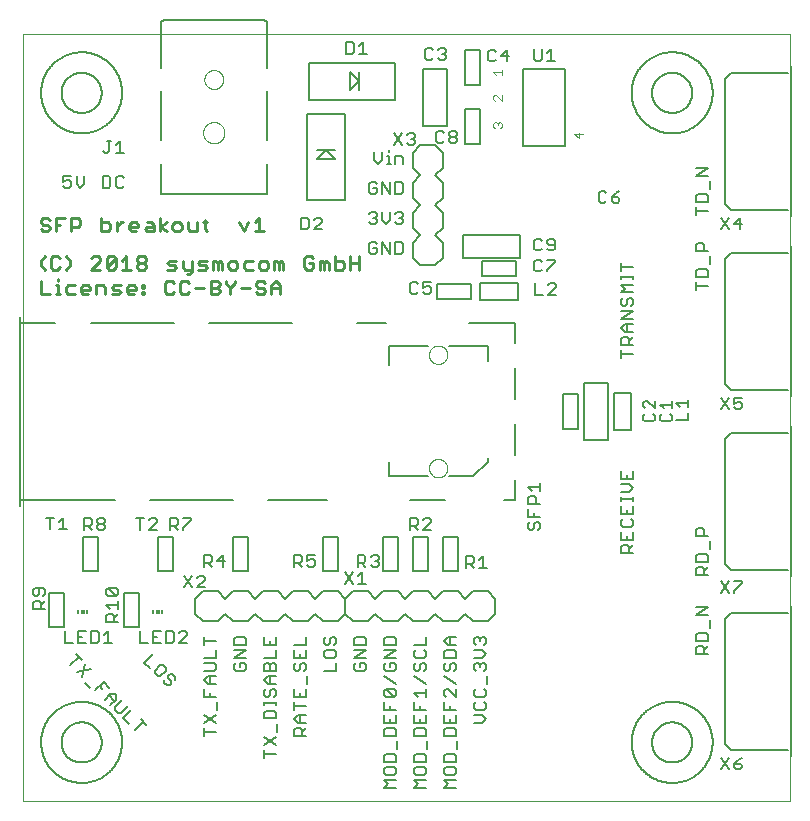
<source format=gto>
From ad2df019cbf723b1d07ead72946830007506c741 Mon Sep 17 00:00:00 2001
From: Harald Welte <laforge@gnumonks.org>
Date: Tue, 21 Aug 2018 19:47:28 +0200
Subject: sfp-{breakout,experimenter}: Commit GERBER exports

---
 sfp-breakout/gerber/sfp-breakout/sfp-breakout.GTO | 5084 +++++++++++++++++++++
 1 file changed, 5084 insertions(+)
 create mode 100644 sfp-breakout/gerber/sfp-breakout/sfp-breakout.GTO

(limited to 'sfp-breakout/gerber/sfp-breakout/sfp-breakout.GTO')

diff --git a/sfp-breakout/gerber/sfp-breakout/sfp-breakout.GTO b/sfp-breakout/gerber/sfp-breakout/sfp-breakout.GTO
new file mode 100644
index 0000000..787fcf1
--- /dev/null
+++ b/sfp-breakout/gerber/sfp-breakout/sfp-breakout.GTO
@@ -0,0 +1,5084 @@
+G75*
+%MOIN*%
+%OFA0B0*%
+%FSLAX25Y25*%
+%IPPOS*%
+%LPD*%
+%AMOC8*
+5,1,8,0,0,1.08239X$1,22.5*
+%
+%ADD10C,0.00000*%
+%ADD11C,0.01000*%
+%ADD12C,0.00800*%
+%ADD13C,0.00500*%
+%ADD14C,0.00600*%
+%ADD15C,0.00787*%
+%ADD16C,0.00400*%
+%ADD17R,0.00591X0.01181*%
+%ADD18R,0.01181X0.01181*%
+D10*
+X0027667Y0001650D02*
+X0027667Y0257555D01*
+X0283573Y0257555D01*
+X0283573Y0001650D01*
+X0027667Y0001650D01*
+X0163160Y0112752D02*
+X0163162Y0112862D01*
+X0163168Y0112972D01*
+X0163178Y0113082D01*
+X0163192Y0113191D01*
+X0163210Y0113300D01*
+X0163231Y0113408D01*
+X0163257Y0113515D01*
+X0163286Y0113621D01*
+X0163320Y0113726D01*
+X0163357Y0113830D01*
+X0163398Y0113932D01*
+X0163442Y0114033D01*
+X0163490Y0114132D01*
+X0163542Y0114230D01*
+X0163597Y0114325D01*
+X0163655Y0114418D01*
+X0163717Y0114509D01*
+X0163782Y0114598D01*
+X0163850Y0114685D01*
+X0163922Y0114769D01*
+X0163996Y0114850D01*
+X0164073Y0114929D01*
+X0164153Y0115005D01*
+X0164236Y0115077D01*
+X0164321Y0115147D01*
+X0164409Y0115214D01*
+X0164499Y0115277D01*
+X0164591Y0115337D01*
+X0164685Y0115394D01*
+X0164782Y0115448D01*
+X0164880Y0115497D01*
+X0164980Y0115544D01*
+X0165082Y0115586D01*
+X0165185Y0115625D01*
+X0165289Y0115660D01*
+X0165395Y0115692D01*
+X0165501Y0115719D01*
+X0165609Y0115743D01*
+X0165717Y0115763D01*
+X0165826Y0115779D01*
+X0165936Y0115791D01*
+X0166046Y0115799D01*
+X0166156Y0115803D01*
+X0166266Y0115803D01*
+X0166376Y0115799D01*
+X0166486Y0115791D01*
+X0166596Y0115779D01*
+X0166705Y0115763D01*
+X0166813Y0115743D01*
+X0166921Y0115719D01*
+X0167027Y0115692D01*
+X0167133Y0115660D01*
+X0167237Y0115625D01*
+X0167340Y0115586D01*
+X0167442Y0115544D01*
+X0167542Y0115497D01*
+X0167640Y0115448D01*
+X0167736Y0115394D01*
+X0167831Y0115337D01*
+X0167923Y0115277D01*
+X0168013Y0115214D01*
+X0168101Y0115147D01*
+X0168186Y0115077D01*
+X0168269Y0115005D01*
+X0168349Y0114929D01*
+X0168426Y0114850D01*
+X0168500Y0114769D01*
+X0168572Y0114685D01*
+X0168640Y0114598D01*
+X0168705Y0114509D01*
+X0168767Y0114418D01*
+X0168825Y0114325D01*
+X0168880Y0114230D01*
+X0168932Y0114132D01*
+X0168980Y0114033D01*
+X0169024Y0113932D01*
+X0169065Y0113830D01*
+X0169102Y0113726D01*
+X0169136Y0113621D01*
+X0169165Y0113515D01*
+X0169191Y0113408D01*
+X0169212Y0113300D01*
+X0169230Y0113191D01*
+X0169244Y0113082D01*
+X0169254Y0112972D01*
+X0169260Y0112862D01*
+X0169262Y0112752D01*
+X0169260Y0112642D01*
+X0169254Y0112532D01*
+X0169244Y0112422D01*
+X0169230Y0112313D01*
+X0169212Y0112204D01*
+X0169191Y0112096D01*
+X0169165Y0111989D01*
+X0169136Y0111883D01*
+X0169102Y0111778D01*
+X0169065Y0111674D01*
+X0169024Y0111572D01*
+X0168980Y0111471D01*
+X0168932Y0111372D01*
+X0168880Y0111274D01*
+X0168825Y0111179D01*
+X0168767Y0111086D01*
+X0168705Y0110995D01*
+X0168640Y0110906D01*
+X0168572Y0110819D01*
+X0168500Y0110735D01*
+X0168426Y0110654D01*
+X0168349Y0110575D01*
+X0168269Y0110499D01*
+X0168186Y0110427D01*
+X0168101Y0110357D01*
+X0168013Y0110290D01*
+X0167923Y0110227D01*
+X0167831Y0110167D01*
+X0167737Y0110110D01*
+X0167640Y0110056D01*
+X0167542Y0110007D01*
+X0167442Y0109960D01*
+X0167340Y0109918D01*
+X0167237Y0109879D01*
+X0167133Y0109844D01*
+X0167027Y0109812D01*
+X0166921Y0109785D01*
+X0166813Y0109761D01*
+X0166705Y0109741D01*
+X0166596Y0109725D01*
+X0166486Y0109713D01*
+X0166376Y0109705D01*
+X0166266Y0109701D01*
+X0166156Y0109701D01*
+X0166046Y0109705D01*
+X0165936Y0109713D01*
+X0165826Y0109725D01*
+X0165717Y0109741D01*
+X0165609Y0109761D01*
+X0165501Y0109785D01*
+X0165395Y0109812D01*
+X0165289Y0109844D01*
+X0165185Y0109879D01*
+X0165082Y0109918D01*
+X0164980Y0109960D01*
+X0164880Y0110007D01*
+X0164782Y0110056D01*
+X0164685Y0110110D01*
+X0164591Y0110167D01*
+X0164499Y0110227D01*
+X0164409Y0110290D01*
+X0164321Y0110357D01*
+X0164236Y0110427D01*
+X0164153Y0110499D01*
+X0164073Y0110575D01*
+X0163996Y0110654D01*
+X0163922Y0110735D01*
+X0163850Y0110819D01*
+X0163782Y0110906D01*
+X0163717Y0110995D01*
+X0163655Y0111086D01*
+X0163597Y0111179D01*
+X0163542Y0111274D01*
+X0163490Y0111372D01*
+X0163442Y0111471D01*
+X0163398Y0111572D01*
+X0163357Y0111674D01*
+X0163320Y0111778D01*
+X0163286Y0111883D01*
+X0163257Y0111989D01*
+X0163231Y0112096D01*
+X0163210Y0112204D01*
+X0163192Y0112313D01*
+X0163178Y0112422D01*
+X0163168Y0112532D01*
+X0163162Y0112642D01*
+X0163160Y0112752D01*
+X0163160Y0150547D02*
+X0163162Y0150657D01*
+X0163168Y0150767D01*
+X0163178Y0150877D01*
+X0163192Y0150986D01*
+X0163210Y0151095D01*
+X0163231Y0151203D01*
+X0163257Y0151310D01*
+X0163286Y0151416D01*
+X0163320Y0151521D01*
+X0163357Y0151625D01*
+X0163398Y0151727D01*
+X0163442Y0151828D01*
+X0163490Y0151927D01*
+X0163542Y0152025D01*
+X0163597Y0152120D01*
+X0163655Y0152213D01*
+X0163717Y0152304D01*
+X0163782Y0152393D01*
+X0163850Y0152480D01*
+X0163922Y0152564D01*
+X0163996Y0152645D01*
+X0164073Y0152724D01*
+X0164153Y0152800D01*
+X0164236Y0152872D01*
+X0164321Y0152942D01*
+X0164409Y0153009D01*
+X0164499Y0153072D01*
+X0164591Y0153132D01*
+X0164685Y0153189D01*
+X0164782Y0153243D01*
+X0164880Y0153292D01*
+X0164980Y0153339D01*
+X0165082Y0153381D01*
+X0165185Y0153420D01*
+X0165289Y0153455D01*
+X0165395Y0153487D01*
+X0165501Y0153514D01*
+X0165609Y0153538D01*
+X0165717Y0153558D01*
+X0165826Y0153574D01*
+X0165936Y0153586D01*
+X0166046Y0153594D01*
+X0166156Y0153598D01*
+X0166266Y0153598D01*
+X0166376Y0153594D01*
+X0166486Y0153586D01*
+X0166596Y0153574D01*
+X0166705Y0153558D01*
+X0166813Y0153538D01*
+X0166921Y0153514D01*
+X0167027Y0153487D01*
+X0167133Y0153455D01*
+X0167237Y0153420D01*
+X0167340Y0153381D01*
+X0167442Y0153339D01*
+X0167542Y0153292D01*
+X0167640Y0153243D01*
+X0167736Y0153189D01*
+X0167831Y0153132D01*
+X0167923Y0153072D01*
+X0168013Y0153009D01*
+X0168101Y0152942D01*
+X0168186Y0152872D01*
+X0168269Y0152800D01*
+X0168349Y0152724D01*
+X0168426Y0152645D01*
+X0168500Y0152564D01*
+X0168572Y0152480D01*
+X0168640Y0152393D01*
+X0168705Y0152304D01*
+X0168767Y0152213D01*
+X0168825Y0152120D01*
+X0168880Y0152025D01*
+X0168932Y0151927D01*
+X0168980Y0151828D01*
+X0169024Y0151727D01*
+X0169065Y0151625D01*
+X0169102Y0151521D01*
+X0169136Y0151416D01*
+X0169165Y0151310D01*
+X0169191Y0151203D01*
+X0169212Y0151095D01*
+X0169230Y0150986D01*
+X0169244Y0150877D01*
+X0169254Y0150767D01*
+X0169260Y0150657D01*
+X0169262Y0150547D01*
+X0169260Y0150437D01*
+X0169254Y0150327D01*
+X0169244Y0150217D01*
+X0169230Y0150108D01*
+X0169212Y0149999D01*
+X0169191Y0149891D01*
+X0169165Y0149784D01*
+X0169136Y0149678D01*
+X0169102Y0149573D01*
+X0169065Y0149469D01*
+X0169024Y0149367D01*
+X0168980Y0149266D01*
+X0168932Y0149167D01*
+X0168880Y0149069D01*
+X0168825Y0148974D01*
+X0168767Y0148881D01*
+X0168705Y0148790D01*
+X0168640Y0148701D01*
+X0168572Y0148614D01*
+X0168500Y0148530D01*
+X0168426Y0148449D01*
+X0168349Y0148370D01*
+X0168269Y0148294D01*
+X0168186Y0148222D01*
+X0168101Y0148152D01*
+X0168013Y0148085D01*
+X0167923Y0148022D01*
+X0167831Y0147962D01*
+X0167737Y0147905D01*
+X0167640Y0147851D01*
+X0167542Y0147802D01*
+X0167442Y0147755D01*
+X0167340Y0147713D01*
+X0167237Y0147674D01*
+X0167133Y0147639D01*
+X0167027Y0147607D01*
+X0166921Y0147580D01*
+X0166813Y0147556D01*
+X0166705Y0147536D01*
+X0166596Y0147520D01*
+X0166486Y0147508D01*
+X0166376Y0147500D01*
+X0166266Y0147496D01*
+X0166156Y0147496D01*
+X0166046Y0147500D01*
+X0165936Y0147508D01*
+X0165826Y0147520D01*
+X0165717Y0147536D01*
+X0165609Y0147556D01*
+X0165501Y0147580D01*
+X0165395Y0147607D01*
+X0165289Y0147639D01*
+X0165185Y0147674D01*
+X0165082Y0147713D01*
+X0164980Y0147755D01*
+X0164880Y0147802D01*
+X0164782Y0147851D01*
+X0164685Y0147905D01*
+X0164591Y0147962D01*
+X0164499Y0148022D01*
+X0164409Y0148085D01*
+X0164321Y0148152D01*
+X0164236Y0148222D01*
+X0164153Y0148294D01*
+X0164073Y0148370D01*
+X0163996Y0148449D01*
+X0163922Y0148530D01*
+X0163850Y0148614D01*
+X0163782Y0148701D01*
+X0163717Y0148790D01*
+X0163655Y0148881D01*
+X0163597Y0148974D01*
+X0163542Y0149069D01*
+X0163490Y0149167D01*
+X0163442Y0149266D01*
+X0163398Y0149367D01*
+X0163357Y0149469D01*
+X0163320Y0149573D01*
+X0163286Y0149678D01*
+X0163257Y0149784D01*
+X0163231Y0149891D01*
+X0163210Y0149999D01*
+X0163192Y0150108D01*
+X0163178Y0150217D01*
+X0163168Y0150327D01*
+X0163162Y0150437D01*
+X0163160Y0150547D01*
+X0087874Y0224563D02*
+X0087876Y0224681D01*
+X0087882Y0224800D01*
+X0087892Y0224918D01*
+X0087906Y0225035D01*
+X0087923Y0225152D01*
+X0087945Y0225269D01*
+X0087971Y0225384D01*
+X0088000Y0225499D01*
+X0088033Y0225613D01*
+X0088070Y0225725D01*
+X0088111Y0225836D01*
+X0088155Y0225946D01*
+X0088203Y0226054D01*
+X0088255Y0226161D01*
+X0088310Y0226266D01*
+X0088369Y0226369D01*
+X0088431Y0226469D01*
+X0088496Y0226568D01*
+X0088565Y0226665D01*
+X0088636Y0226759D01*
+X0088711Y0226850D01*
+X0088789Y0226940D01*
+X0088870Y0227026D01*
+X0088954Y0227110D01*
+X0089040Y0227191D01*
+X0089130Y0227269D01*
+X0089221Y0227344D01*
+X0089315Y0227415D01*
+X0089412Y0227484D01*
+X0089511Y0227549D01*
+X0089611Y0227611D01*
+X0089714Y0227670D01*
+X0089819Y0227725D01*
+X0089926Y0227777D01*
+X0090034Y0227825D01*
+X0090144Y0227869D01*
+X0090255Y0227910D01*
+X0090367Y0227947D01*
+X0090481Y0227980D01*
+X0090596Y0228009D01*
+X0090711Y0228035D01*
+X0090828Y0228057D01*
+X0090945Y0228074D01*
+X0091062Y0228088D01*
+X0091180Y0228098D01*
+X0091299Y0228104D01*
+X0091417Y0228106D01*
+X0091535Y0228104D01*
+X0091654Y0228098D01*
+X0091772Y0228088D01*
+X0091889Y0228074D01*
+X0092006Y0228057D01*
+X0092123Y0228035D01*
+X0092238Y0228009D01*
+X0092353Y0227980D01*
+X0092467Y0227947D01*
+X0092579Y0227910D01*
+X0092690Y0227869D01*
+X0092800Y0227825D01*
+X0092908Y0227777D01*
+X0093015Y0227725D01*
+X0093120Y0227670D01*
+X0093223Y0227611D01*
+X0093323Y0227549D01*
+X0093422Y0227484D01*
+X0093519Y0227415D01*
+X0093613Y0227344D01*
+X0093704Y0227269D01*
+X0093794Y0227191D01*
+X0093880Y0227110D01*
+X0093964Y0227026D01*
+X0094045Y0226940D01*
+X0094123Y0226850D01*
+X0094198Y0226759D01*
+X0094269Y0226665D01*
+X0094338Y0226568D01*
+X0094403Y0226469D01*
+X0094465Y0226369D01*
+X0094524Y0226266D01*
+X0094579Y0226161D01*
+X0094631Y0226054D01*
+X0094679Y0225946D01*
+X0094723Y0225836D01*
+X0094764Y0225725D01*
+X0094801Y0225613D01*
+X0094834Y0225499D01*
+X0094863Y0225384D01*
+X0094889Y0225269D01*
+X0094911Y0225152D01*
+X0094928Y0225035D01*
+X0094942Y0224918D01*
+X0094952Y0224800D01*
+X0094958Y0224681D01*
+X0094960Y0224563D01*
+X0094958Y0224445D01*
+X0094952Y0224326D01*
+X0094942Y0224208D01*
+X0094928Y0224091D01*
+X0094911Y0223974D01*
+X0094889Y0223857D01*
+X0094863Y0223742D01*
+X0094834Y0223627D01*
+X0094801Y0223513D01*
+X0094764Y0223401D01*
+X0094723Y0223290D01*
+X0094679Y0223180D01*
+X0094631Y0223072D01*
+X0094579Y0222965D01*
+X0094524Y0222860D01*
+X0094465Y0222757D01*
+X0094403Y0222657D01*
+X0094338Y0222558D01*
+X0094269Y0222461D01*
+X0094198Y0222367D01*
+X0094123Y0222276D01*
+X0094045Y0222186D01*
+X0093964Y0222100D01*
+X0093880Y0222016D01*
+X0093794Y0221935D01*
+X0093704Y0221857D01*
+X0093613Y0221782D01*
+X0093519Y0221711D01*
+X0093422Y0221642D01*
+X0093323Y0221577D01*
+X0093223Y0221515D01*
+X0093120Y0221456D01*
+X0093015Y0221401D01*
+X0092908Y0221349D01*
+X0092800Y0221301D01*
+X0092690Y0221257D01*
+X0092579Y0221216D01*
+X0092467Y0221179D01*
+X0092353Y0221146D01*
+X0092238Y0221117D01*
+X0092123Y0221091D01*
+X0092006Y0221069D01*
+X0091889Y0221052D01*
+X0091772Y0221038D01*
+X0091654Y0221028D01*
+X0091535Y0221022D01*
+X0091417Y0221020D01*
+X0091299Y0221022D01*
+X0091180Y0221028D01*
+X0091062Y0221038D01*
+X0090945Y0221052D01*
+X0090828Y0221069D01*
+X0090711Y0221091D01*
+X0090596Y0221117D01*
+X0090481Y0221146D01*
+X0090367Y0221179D01*
+X0090255Y0221216D01*
+X0090144Y0221257D01*
+X0090034Y0221301D01*
+X0089926Y0221349D01*
+X0089819Y0221401D01*
+X0089714Y0221456D01*
+X0089611Y0221515D01*
+X0089511Y0221577D01*
+X0089412Y0221642D01*
+X0089315Y0221711D01*
+X0089221Y0221782D01*
+X0089130Y0221857D01*
+X0089040Y0221935D01*
+X0088954Y0222016D01*
+X0088870Y0222100D01*
+X0088789Y0222186D01*
+X0088711Y0222276D01*
+X0088636Y0222367D01*
+X0088565Y0222461D01*
+X0088496Y0222558D01*
+X0088431Y0222657D01*
+X0088369Y0222757D01*
+X0088310Y0222860D01*
+X0088255Y0222965D01*
+X0088203Y0223072D01*
+X0088155Y0223180D01*
+X0088111Y0223290D01*
+X0088070Y0223401D01*
+X0088033Y0223513D01*
+X0088000Y0223627D01*
+X0087971Y0223742D01*
+X0087945Y0223857D01*
+X0087923Y0223974D01*
+X0087906Y0224091D01*
+X0087892Y0224208D01*
+X0087882Y0224326D01*
+X0087876Y0224445D01*
+X0087874Y0224563D01*
+X0088267Y0242280D02*
+X0088269Y0242392D01*
+X0088275Y0242503D01*
+X0088285Y0242615D01*
+X0088299Y0242726D01*
+X0088316Y0242836D01*
+X0088338Y0242946D01*
+X0088364Y0243055D01*
+X0088393Y0243163D01*
+X0088426Y0243269D01*
+X0088463Y0243375D01*
+X0088504Y0243479D01*
+X0088549Y0243582D01*
+X0088597Y0243683D01*
+X0088648Y0243782D01*
+X0088703Y0243879D01*
+X0088762Y0243974D01*
+X0088823Y0244068D01*
+X0088888Y0244159D01*
+X0088957Y0244247D01*
+X0089028Y0244333D01*
+X0089102Y0244417D01*
+X0089180Y0244497D01*
+X0089260Y0244575D01*
+X0089343Y0244651D01*
+X0089428Y0244723D01*
+X0089516Y0244792D01*
+X0089606Y0244858D01*
+X0089699Y0244920D01*
+X0089794Y0244980D01*
+X0089891Y0245036D01*
+X0089989Y0245088D01*
+X0090090Y0245137D01*
+X0090192Y0245182D01*
+X0090296Y0245224D01*
+X0090401Y0245262D01*
+X0090508Y0245296D01*
+X0090615Y0245326D01*
+X0090724Y0245353D01*
+X0090833Y0245375D01*
+X0090944Y0245394D01*
+X0091054Y0245409D01*
+X0091166Y0245420D01*
+X0091277Y0245427D01*
+X0091389Y0245430D01*
+X0091501Y0245429D01*
+X0091613Y0245424D01*
+X0091724Y0245415D01*
+X0091835Y0245402D01*
+X0091946Y0245385D01*
+X0092056Y0245365D01*
+X0092165Y0245340D01*
+X0092273Y0245312D01*
+X0092380Y0245279D01*
+X0092486Y0245243D01*
+X0092590Y0245203D01*
+X0092693Y0245160D01*
+X0092795Y0245113D01*
+X0092894Y0245062D01*
+X0092992Y0245008D01*
+X0093088Y0244950D01*
+X0093182Y0244889D01*
+X0093273Y0244825D01*
+X0093362Y0244758D01*
+X0093449Y0244687D01*
+X0093533Y0244613D01*
+X0093615Y0244537D01*
+X0093693Y0244457D01*
+X0093769Y0244375D01*
+X0093842Y0244290D01*
+X0093912Y0244203D01*
+X0093978Y0244113D01*
+X0094042Y0244021D01*
+X0094102Y0243927D01*
+X0094159Y0243831D01*
+X0094212Y0243732D01*
+X0094262Y0243632D01*
+X0094308Y0243531D01*
+X0094351Y0243427D01*
+X0094390Y0243322D01*
+X0094425Y0243216D01*
+X0094456Y0243109D01*
+X0094484Y0243000D01*
+X0094507Y0242891D01*
+X0094527Y0242781D01*
+X0094543Y0242670D01*
+X0094555Y0242559D01*
+X0094563Y0242448D01*
+X0094567Y0242336D01*
+X0094567Y0242224D01*
+X0094563Y0242112D01*
+X0094555Y0242001D01*
+X0094543Y0241890D01*
+X0094527Y0241779D01*
+X0094507Y0241669D01*
+X0094484Y0241560D01*
+X0094456Y0241451D01*
+X0094425Y0241344D01*
+X0094390Y0241238D01*
+X0094351Y0241133D01*
+X0094308Y0241029D01*
+X0094262Y0240928D01*
+X0094212Y0240828D01*
+X0094159Y0240729D01*
+X0094102Y0240633D01*
+X0094042Y0240539D01*
+X0093978Y0240447D01*
+X0093912Y0240357D01*
+X0093842Y0240270D01*
+X0093769Y0240185D01*
+X0093693Y0240103D01*
+X0093615Y0240023D01*
+X0093533Y0239947D01*
+X0093449Y0239873D01*
+X0093362Y0239802D01*
+X0093273Y0239735D01*
+X0093182Y0239671D01*
+X0093088Y0239610D01*
+X0092992Y0239552D01*
+X0092894Y0239498D01*
+X0092795Y0239447D01*
+X0092693Y0239400D01*
+X0092590Y0239357D01*
+X0092486Y0239317D01*
+X0092380Y0239281D01*
+X0092273Y0239248D01*
+X0092165Y0239220D01*
+X0092056Y0239195D01*
+X0091946Y0239175D01*
+X0091835Y0239158D01*
+X0091724Y0239145D01*
+X0091613Y0239136D01*
+X0091501Y0239131D01*
+X0091389Y0239130D01*
+X0091277Y0239133D01*
+X0091166Y0239140D01*
+X0091054Y0239151D01*
+X0090944Y0239166D01*
+X0090833Y0239185D01*
+X0090724Y0239207D01*
+X0090615Y0239234D01*
+X0090508Y0239264D01*
+X0090401Y0239298D01*
+X0090296Y0239336D01*
+X0090192Y0239378D01*
+X0090090Y0239423D01*
+X0089989Y0239472D01*
+X0089891Y0239524D01*
+X0089794Y0239580D01*
+X0089699Y0239640D01*
+X0089606Y0239702D01*
+X0089516Y0239768D01*
+X0089428Y0239837D01*
+X0089343Y0239909D01*
+X0089260Y0239985D01*
+X0089180Y0240063D01*
+X0089102Y0240143D01*
+X0089028Y0240227D01*
+X0088957Y0240313D01*
+X0088888Y0240401D01*
+X0088823Y0240492D01*
+X0088762Y0240586D01*
+X0088703Y0240681D01*
+X0088648Y0240778D01*
+X0088597Y0240877D01*
+X0088549Y0240978D01*
+X0088504Y0241081D01*
+X0088463Y0241185D01*
+X0088426Y0241291D01*
+X0088393Y0241397D01*
+X0088364Y0241505D01*
+X0088338Y0241614D01*
+X0088316Y0241724D01*
+X0088299Y0241834D01*
+X0088285Y0241945D01*
+X0088275Y0242057D01*
+X0088269Y0242168D01*
+X0088267Y0242280D01*
+X0283917Y0246650D02*
+X0283917Y0196650D01*
+X0283917Y0186650D02*
+X0283917Y0136650D01*
+X0283917Y0126650D02*
+X0283917Y0076650D01*
+X0283917Y0066650D02*
+X0283917Y0016650D01*
+D11*
+X0113652Y0170650D02*
+X0113652Y0173660D01*
+X0112146Y0175165D01*
+X0110641Y0173660D01*
+X0110641Y0170650D01*
+X0108576Y0171402D02*
+X0107824Y0170650D01*
+X0106319Y0170650D01*
+X0105566Y0171402D01*
+X0106319Y0172907D02*
+X0107824Y0172907D01*
+X0108576Y0172155D01*
+X0108576Y0171402D01*
+X0110641Y0172907D02*
+X0113652Y0172907D01*
+X0108576Y0174413D02*
+X0107824Y0175165D01*
+X0106319Y0175165D01*
+X0105566Y0174413D01*
+X0105566Y0173660D01*
+X0106319Y0172907D01*
+X0103501Y0172907D02*
+X0100491Y0172907D01*
+X0098426Y0174413D02*
+X0098426Y0175165D01*
+X0098426Y0174413D02*
+X0096921Y0172907D01*
+X0096921Y0170650D01*
+X0096921Y0172907D02*
+X0095416Y0174413D01*
+X0095416Y0175165D01*
+X0093351Y0174413D02*
+X0093351Y0173660D01*
+X0092598Y0172907D01*
+X0090340Y0172907D01*
+X0088276Y0172907D02*
+X0085265Y0172907D01*
+X0083200Y0171402D02*
+X0082448Y0170650D01*
+X0080943Y0170650D01*
+X0080190Y0171402D01*
+X0080190Y0174413D01*
+X0080943Y0175165D01*
+X0082448Y0175165D01*
+X0083200Y0174413D01*
+X0083294Y0177412D02*
+X0082541Y0177412D01*
+X0083294Y0177412D02*
+X0084046Y0178165D01*
+X0084046Y0181928D01*
+X0086111Y0181175D02*
+X0086864Y0181928D01*
+X0089121Y0181928D01*
+X0088369Y0180423D02*
+X0086864Y0180423D01*
+X0086111Y0181175D01*
+X0086111Y0178917D02*
+X0088369Y0178917D01*
+X0089121Y0179670D01*
+X0088369Y0180423D01*
+X0091186Y0181928D02*
+X0091186Y0178917D01*
+X0092691Y0178917D02*
+X0092691Y0181175D01*
+X0093444Y0181928D01*
+X0094197Y0181175D01*
+X0094197Y0178917D01*
+X0096261Y0179670D02*
+X0097014Y0178917D01*
+X0098519Y0178917D01*
+X0099272Y0179670D01*
+X0099272Y0181175D01*
+X0098519Y0181928D01*
+X0097014Y0181928D01*
+X0096261Y0181175D01*
+X0096261Y0179670D01*
+X0092691Y0181175D02*
+X0091939Y0181928D01*
+X0091186Y0181928D01*
+X0084046Y0178917D02*
+X0081788Y0178917D01*
+X0081036Y0179670D01*
+X0081036Y0181928D01*
+X0078971Y0181928D02*
+X0076713Y0181928D01*
+X0075961Y0181175D01*
+X0076713Y0180423D01*
+X0078218Y0180423D01*
+X0078971Y0179670D01*
+X0078218Y0178917D01*
+X0075961Y0178917D01*
+X0075867Y0175165D02*
+X0075115Y0174413D01*
+X0075115Y0171402D01*
+X0075867Y0170650D01*
+X0077373Y0170650D01*
+X0078125Y0171402D01*
+X0078125Y0174413D02*
+X0077373Y0175165D01*
+X0075867Y0175165D01*
+X0068255Y0173660D02*
+X0068255Y0172907D01*
+X0067502Y0172907D01*
+X0067502Y0173660D01*
+X0068255Y0173660D01*
+X0068255Y0171402D02*
+X0067502Y0171402D01*
+X0067502Y0170650D01*
+X0068255Y0170650D01*
+X0068255Y0171402D01*
+X0065437Y0172155D02*
+X0062427Y0172155D01*
+X0062427Y0172907D02*
+X0063179Y0173660D01*
+X0064685Y0173660D01*
+X0065437Y0172907D01*
+X0065437Y0172155D01*
+X0064685Y0170650D02*
+X0063179Y0170650D01*
+X0062427Y0171402D01*
+X0062427Y0172907D01*
+X0060362Y0173660D02*
+X0058104Y0173660D01*
+X0057352Y0172907D01*
+X0058104Y0172155D01*
+X0059609Y0172155D01*
+X0060362Y0171402D01*
+X0059609Y0170650D01*
+X0057352Y0170650D01*
+X0055287Y0170650D02*
+X0055287Y0172907D01*
+X0054534Y0173660D01*
+X0052276Y0173660D01*
+X0052276Y0170650D01*
+X0050212Y0172155D02*
+X0047201Y0172155D01*
+X0047201Y0172907D02*
+X0047954Y0173660D01*
+X0049459Y0173660D01*
+X0050212Y0172907D01*
+X0050212Y0172155D01*
+X0049459Y0170650D02*
+X0047954Y0170650D01*
+X0047201Y0171402D01*
+X0047201Y0172907D01*
+X0045136Y0173660D02*
+X0042879Y0173660D01*
+X0042126Y0172907D01*
+X0042126Y0171402D01*
+X0042879Y0170650D01*
+X0045136Y0170650D01*
+X0040248Y0170650D02*
+X0038743Y0170650D01*
+X0039495Y0170650D02*
+X0039495Y0173660D01*
+X0038743Y0173660D01*
+X0039495Y0175165D02*
+X0039495Y0175918D01*
+X0039309Y0178917D02*
+X0037803Y0178917D01*
+X0037051Y0179670D01*
+X0037051Y0182680D01*
+X0037803Y0183433D01*
+X0039309Y0183433D01*
+X0040061Y0182680D01*
+X0042126Y0183433D02*
+X0043631Y0181928D01*
+X0043631Y0180423D01*
+X0042126Y0178917D01*
+X0040061Y0179670D02*
+X0039309Y0178917D01*
+X0035173Y0178917D02*
+X0033667Y0180423D01*
+X0033667Y0181928D01*
+X0035173Y0183433D01*
+X0035925Y0191650D02*
+X0034420Y0191650D01*
+X0033667Y0192402D01*
+X0034420Y0193907D02*
+X0035925Y0193907D01*
+X0036678Y0193155D01*
+X0036678Y0192402D01*
+X0035925Y0191650D01*
+X0034420Y0193907D02*
+X0033667Y0194660D01*
+X0033667Y0195413D01*
+X0034420Y0196165D01*
+X0035925Y0196165D01*
+X0036678Y0195413D01*
+X0038743Y0196165D02*
+X0041753Y0196165D01*
+X0043818Y0196165D02*
+X0046076Y0196165D01*
+X0046828Y0195413D01*
+X0046828Y0193907D01*
+X0046076Y0193155D01*
+X0043818Y0193155D01*
+X0043818Y0191650D02*
+X0043818Y0196165D01*
+X0040248Y0193907D02*
+X0038743Y0193907D01*
+X0038743Y0191650D02*
+X0038743Y0196165D01*
+X0053968Y0196165D02*
+X0053968Y0191650D01*
+X0056226Y0191650D01*
+X0056979Y0192402D01*
+X0056979Y0193907D01*
+X0056226Y0194660D01*
+X0053968Y0194660D01*
+X0059043Y0194660D02*
+X0059043Y0191650D01*
+X0059043Y0193155D02*
+X0060549Y0194660D01*
+X0061301Y0194660D01*
+X0063273Y0193907D02*
+X0064025Y0194660D01*
+X0065530Y0194660D01*
+X0066283Y0193907D01*
+X0066283Y0193155D01*
+X0063273Y0193155D01*
+X0063273Y0193907D02*
+X0063273Y0192402D01*
+X0064025Y0191650D01*
+X0065530Y0191650D01*
+X0068348Y0192402D02*
+X0069100Y0193155D01*
+X0071358Y0193155D01*
+X0071358Y0193907D02*
+X0071358Y0191650D01*
+X0069100Y0191650D01*
+X0068348Y0192402D01*
+X0069100Y0194660D02*
+X0070606Y0194660D01*
+X0071358Y0193907D01*
+X0073423Y0193155D02*
+X0075681Y0194660D01*
+X0077652Y0193907D02*
+X0077652Y0192402D01*
+X0078405Y0191650D01*
+X0079910Y0191650D01*
+X0080663Y0192402D01*
+X0080663Y0193907D01*
+X0079910Y0194660D01*
+X0078405Y0194660D01*
+X0077652Y0193907D01*
+X0075681Y0191650D02*
+X0073423Y0193155D01*
+X0073423Y0191650D02*
+X0073423Y0196165D01*
+X0082728Y0194660D02*
+X0082728Y0192402D01*
+X0083480Y0191650D01*
+X0085738Y0191650D01*
+X0085738Y0194660D01*
+X0087803Y0194660D02*
+X0089308Y0194660D01*
+X0088555Y0195413D02*
+X0088555Y0192402D01*
+X0089308Y0191650D01*
+X0099917Y0194660D02*
+X0101423Y0191650D01*
+X0102928Y0194660D01*
+X0104993Y0194660D02*
+X0106498Y0196165D01*
+X0106498Y0191650D01*
+X0104993Y0191650D02*
+X0108003Y0191650D01*
+X0108670Y0181928D02*
+X0107164Y0181928D01*
+X0106412Y0181175D01*
+X0106412Y0179670D01*
+X0107164Y0178917D01*
+X0108670Y0178917D01*
+X0109422Y0179670D01*
+X0109422Y0181175D01*
+X0108670Y0181928D01*
+X0111487Y0181928D02*
+X0112240Y0181928D01*
+X0112992Y0181175D01*
+X0113745Y0181928D01*
+X0114497Y0181175D01*
+X0114497Y0178917D01*
+X0112992Y0178917D02*
+X0112992Y0181175D01*
+X0111487Y0181928D02*
+X0111487Y0178917D01*
+X0104347Y0178917D02*
+X0102089Y0178917D01*
+X0101337Y0179670D01*
+X0101337Y0181175D01*
+X0102089Y0181928D01*
+X0104347Y0181928D01*
+X0093351Y0174413D02*
+X0092598Y0175165D01*
+X0090340Y0175165D01*
+X0090340Y0170650D01*
+X0092598Y0170650D01*
+X0093351Y0171402D01*
+X0093351Y0172155D01*
+X0092598Y0172907D01*
+X0068821Y0179670D02*
+X0068068Y0178917D01*
+X0066563Y0178917D01*
+X0065810Y0179670D01*
+X0065810Y0180423D01*
+X0066563Y0181175D01*
+X0068068Y0181175D01*
+X0068821Y0180423D01*
+X0068821Y0179670D01*
+X0068068Y0181175D02*
+X0068821Y0181928D01*
+X0068821Y0182680D01*
+X0068068Y0183433D01*
+X0066563Y0183433D01*
+X0065810Y0182680D01*
+X0065810Y0181928D01*
+X0066563Y0181175D01*
+X0063745Y0178917D02*
+X0060735Y0178917D01*
+X0062240Y0178917D02*
+X0062240Y0183433D01*
+X0060735Y0181928D01*
+X0058670Y0182680D02*
+X0055660Y0179670D01*
+X0056412Y0178917D01*
+X0057918Y0178917D01*
+X0058670Y0179670D01*
+X0058670Y0182680D01*
+X0057918Y0183433D01*
+X0056412Y0183433D01*
+X0055660Y0182680D01*
+X0055660Y0179670D01*
+X0053595Y0178917D02*
+X0050585Y0178917D01*
+X0053595Y0181928D01*
+X0053595Y0182680D01*
+X0052842Y0183433D01*
+X0051337Y0183433D01*
+X0050585Y0182680D01*
+X0036678Y0170650D02*
+X0033667Y0170650D01*
+X0033667Y0175165D01*
+X0121637Y0179670D02*
+X0122390Y0178917D01*
+X0123895Y0178917D01*
+X0124648Y0179670D01*
+X0124648Y0181175D01*
+X0123143Y0181175D01*
+X0124648Y0182680D02*
+X0123895Y0183433D01*
+X0122390Y0183433D01*
+X0121637Y0182680D01*
+X0121637Y0179670D01*
+X0126713Y0178917D02*
+X0126713Y0181928D01*
+X0127465Y0181928D01*
+X0128218Y0181175D01*
+X0128970Y0181928D01*
+X0129723Y0181175D01*
+X0129723Y0178917D01*
+X0128218Y0178917D02*
+X0128218Y0181175D01*
+X0131788Y0181928D02*
+X0134046Y0181928D01*
+X0134798Y0181175D01*
+X0134798Y0179670D01*
+X0134046Y0178917D01*
+X0131788Y0178917D01*
+X0131788Y0183433D01*
+X0136863Y0183433D02*
+X0136863Y0178917D01*
+X0136863Y0181175D02*
+X0139873Y0181175D01*
+X0139873Y0183433D02*
+X0139873Y0178917D01*
+D12*
+X0143921Y0184075D02*
+X0145231Y0184075D01*
+X0145885Y0184730D01*
+X0145885Y0186039D01*
+X0144576Y0186039D01*
+X0143267Y0184730D02*
+X0143921Y0184075D01*
+X0143267Y0184730D02*
+X0143267Y0187348D01*
+X0143921Y0188003D01*
+X0145231Y0188003D01*
+X0145885Y0187348D01*
+X0147617Y0188003D02*
+X0150235Y0184075D01*
+X0150235Y0188003D01*
+X0151967Y0188003D02*
+X0153931Y0188003D01*
+X0154586Y0187348D01*
+X0154586Y0184730D01*
+X0153931Y0184075D01*
+X0151967Y0184075D01*
+X0151967Y0188003D01*
+X0157667Y0187900D02*
+X0157667Y0182900D01*
+X0160167Y0180400D01*
+X0165167Y0180400D01*
+X0167667Y0182900D01*
+X0167667Y0187900D01*
+X0165167Y0190400D01*
+X0167667Y0192900D01*
+X0167667Y0197900D01*
+X0165167Y0200400D01*
+X0167667Y0202900D01*
+X0167667Y0207900D01*
+X0165167Y0210400D01*
+X0167667Y0212900D01*
+X0167667Y0217900D01*
+X0165167Y0220400D01*
+X0160167Y0220400D01*
+X0157667Y0217900D01*
+X0157667Y0212900D01*
+X0160167Y0210400D01*
+X0157667Y0207900D01*
+X0157667Y0202900D01*
+X0160167Y0200400D01*
+X0157667Y0197900D01*
+X0157667Y0192900D01*
+X0160167Y0190400D01*
+X0157667Y0187900D01*
+X0153931Y0194075D02*
+X0152622Y0194075D01*
+X0151967Y0194730D01*
+X0150235Y0195384D02*
+X0150235Y0198003D01*
+X0151967Y0197348D02*
+X0152622Y0198003D01*
+X0153931Y0198003D01*
+X0154586Y0197348D01*
+X0154586Y0196694D01*
+X0153931Y0196039D01*
+X0154586Y0195384D01*
+X0154586Y0194730D01*
+X0153931Y0194075D01*
+X0153931Y0196039D02*
+X0153276Y0196039D01*
+X0150235Y0195384D02*
+X0148926Y0194075D01*
+X0147617Y0195384D01*
+X0147617Y0198003D01*
+X0145885Y0197348D02*
+X0145231Y0198003D01*
+X0143921Y0198003D01*
+X0143267Y0197348D01*
+X0144576Y0196039D02*
+X0145231Y0196039D01*
+X0145885Y0195384D01*
+X0145885Y0194730D01*
+X0145231Y0194075D01*
+X0143921Y0194075D01*
+X0143267Y0194730D01*
+X0145231Y0196039D02*
+X0145885Y0196694D01*
+X0145885Y0197348D01*
+X0145231Y0204075D02*
+X0143921Y0204075D01*
+X0143267Y0204730D01*
+X0143267Y0207348D01*
+X0143921Y0208003D01*
+X0145231Y0208003D01*
+X0145885Y0207348D01*
+X0145885Y0206039D02*
+X0144576Y0206039D01*
+X0145885Y0206039D02*
+X0145885Y0204730D01*
+X0145231Y0204075D01*
+X0147617Y0204075D02*
+X0147617Y0208003D01*
+X0150235Y0204075D01*
+X0150235Y0208003D01*
+X0151967Y0208003D02*
+X0151967Y0204075D01*
+X0153931Y0204075D01*
+X0154586Y0204730D01*
+X0154586Y0207348D01*
+X0153931Y0208003D01*
+X0151967Y0208003D01*
+X0151967Y0214075D02*
+X0151967Y0216694D01*
+X0153931Y0216694D01*
+X0154586Y0216039D01*
+X0154586Y0214075D01*
+X0150376Y0214075D02*
+X0149067Y0214075D01*
+X0149722Y0214075D02*
+X0149722Y0216694D01*
+X0149067Y0216694D01*
+X0149722Y0218003D02*
+X0149722Y0218658D01*
+X0147335Y0218003D02*
+X0147335Y0215384D01*
+X0146026Y0214075D01*
+X0144717Y0215384D01*
+X0144717Y0218003D01*
+X0151517Y0220500D02*
+X0154136Y0224427D01*
+X0155867Y0223773D02*
+X0156522Y0224427D01*
+X0157831Y0224427D01*
+X0158486Y0223773D01*
+X0158486Y0223118D01*
+X0157831Y0222463D01*
+X0158486Y0221809D01*
+X0158486Y0221154D01*
+X0157831Y0220500D01*
+X0156522Y0220500D01*
+X0155867Y0221154D01*
+X0154136Y0220500D02*
+X0151517Y0224427D01*
+X0157177Y0222463D02*
+X0157831Y0222463D01*
+X0161230Y0226886D02*
+X0169104Y0226886D01*
+X0169104Y0245783D01*
+X0161230Y0245783D01*
+X0161230Y0226886D01*
+X0165617Y0224348D02*
+X0165617Y0221730D01*
+X0166272Y0221075D01*
+X0167581Y0221075D01*
+X0168235Y0221730D01*
+X0169967Y0221730D02*
+X0169967Y0222384D01*
+X0170622Y0223039D01*
+X0171931Y0223039D01*
+X0172586Y0222384D01*
+X0172586Y0221730D01*
+X0171931Y0221075D01*
+X0170622Y0221075D01*
+X0169967Y0221730D01*
+X0170622Y0223039D02*
+X0169967Y0223694D01*
+X0169967Y0224348D01*
+X0170622Y0225003D01*
+X0171931Y0225003D01*
+X0172586Y0224348D01*
+X0172586Y0223694D01*
+X0171931Y0223039D01*
+X0175167Y0220900D02*
+X0180167Y0220900D01*
+X0180167Y0232400D01*
+X0175167Y0232400D01*
+X0175167Y0220900D01*
+X0168235Y0224348D02*
+X0167581Y0225003D01*
+X0166272Y0225003D01*
+X0165617Y0224348D01*
+X0151960Y0235350D02*
+X0123269Y0235350D01*
+X0123269Y0247949D01*
+X0151960Y0247949D01*
+X0151960Y0246161D01*
+X0151960Y0235350D01*
+X0139667Y0238650D02*
+X0139667Y0241650D01*
+X0139667Y0244650D01*
+X0136667Y0244650D02*
+X0139667Y0241650D01*
+X0136667Y0238650D01*
+X0136667Y0244650D01*
+X0137531Y0250800D02*
+X0138186Y0251454D01*
+X0138186Y0254073D01*
+X0137531Y0254727D01*
+X0135567Y0254727D01*
+X0135567Y0250800D01*
+X0137531Y0250800D01*
+X0139917Y0250800D02*
+X0142536Y0250800D01*
+X0141227Y0250800D02*
+X0141227Y0254727D01*
+X0139917Y0253418D01*
+X0161817Y0252008D02*
+X0161817Y0249389D01*
+X0162472Y0248735D01*
+X0163781Y0248735D01*
+X0164436Y0249389D01*
+X0166167Y0249389D02*
+X0166822Y0248735D01*
+X0168131Y0248735D01*
+X0168786Y0249389D01*
+X0168786Y0250044D01*
+X0168131Y0250699D01*
+X0167477Y0250699D01*
+X0168131Y0250699D02*
+X0168786Y0251353D01*
+X0168786Y0252008D01*
+X0168131Y0252662D01*
+X0166822Y0252662D01*
+X0166167Y0252008D01*
+X0164436Y0252008D02*
+X0163781Y0252662D01*
+X0162472Y0252662D01*
+X0161817Y0252008D01*
+X0175167Y0252090D02*
+X0175167Y0240590D01*
+X0180167Y0240590D01*
+X0180167Y0252090D01*
+X0175167Y0252090D01*
+X0182752Y0251573D02*
+X0182752Y0248954D01*
+X0183407Y0248300D01*
+X0184716Y0248300D01*
+X0185371Y0248954D01*
+X0187103Y0250263D02*
+X0189721Y0250263D01*
+X0189066Y0248300D02*
+X0189066Y0252227D01*
+X0187103Y0250263D01*
+X0185371Y0251573D02*
+X0184716Y0252227D01*
+X0183407Y0252227D01*
+X0182752Y0251573D01*
+X0194417Y0245800D02*
+X0208417Y0245800D01*
+X0208417Y0220000D01*
+X0194417Y0220000D01*
+X0194417Y0245800D01*
+X0198067Y0249154D02*
+X0198722Y0248500D01*
+X0200031Y0248500D01*
+X0200686Y0249154D01*
+X0200686Y0252427D01*
+X0202417Y0251118D02*
+X0203727Y0252427D01*
+X0203727Y0248500D01*
+X0205036Y0248500D02*
+X0202417Y0248500D01*
+X0198067Y0249154D02*
+X0198067Y0252427D01*
+X0252090Y0212719D02*
+X0256017Y0212719D01*
+X0252090Y0210100D01*
+X0256017Y0210100D01*
+X0256672Y0208368D02*
+X0256672Y0205750D01*
+X0255363Y0204018D02*
+X0252744Y0204018D01*
+X0252090Y0203364D01*
+X0252090Y0201400D01*
+X0256017Y0201400D01*
+X0256017Y0203364D01*
+X0255363Y0204018D01*
+X0252090Y0199668D02*
+X0252090Y0197050D01*
+X0252090Y0198359D02*
+X0256017Y0198359D01*
+X0260617Y0196253D02*
+X0263235Y0192325D01*
+X0260617Y0192325D02*
+X0263235Y0196253D01*
+X0264967Y0194289D02*
+X0267586Y0194289D01*
+X0266931Y0192325D02*
+X0266931Y0196253D01*
+X0264967Y0194289D01*
+X0256017Y0185100D02*
+X0252090Y0185100D01*
+X0252090Y0187064D01*
+X0252744Y0187719D01*
+X0254053Y0187719D01*
+X0254708Y0187064D01*
+X0254708Y0185100D01*
+X0256672Y0183368D02*
+X0256672Y0180750D01*
+X0255363Y0179018D02*
+X0252744Y0179018D01*
+X0252090Y0178364D01*
+X0252090Y0176400D01*
+X0256017Y0176400D01*
+X0256017Y0178364D01*
+X0255363Y0179018D01*
+X0252090Y0174668D02*
+X0252090Y0172050D01*
+X0252090Y0173359D02*
+X0256017Y0173359D01*
+X0231017Y0173919D02*
+X0227090Y0173919D01*
+X0228399Y0172610D01*
+X0227090Y0171300D01*
+X0231017Y0171300D01*
+X0230363Y0169569D02*
+X0231017Y0168914D01*
+X0231017Y0167605D01*
+X0230363Y0166950D01*
+X0229053Y0167605D02*
+X0229053Y0168914D01*
+X0229708Y0169569D01*
+X0230363Y0169569D01*
+X0229053Y0167605D02*
+X0228399Y0166950D01*
+X0227744Y0166950D01*
+X0227090Y0167605D01*
+X0227090Y0168914D01*
+X0227744Y0169569D01*
+X0227090Y0165219D02*
+X0231017Y0165219D01*
+X0227090Y0162600D01*
+X0231017Y0162600D01*
+X0231017Y0160868D02*
+X0228399Y0160868D01*
+X0227090Y0159559D01*
+X0228399Y0158250D01*
+X0231017Y0158250D01*
+X0231017Y0156518D02*
+X0229708Y0155209D01*
+X0229708Y0155864D02*
+X0229708Y0153900D01*
+X0231017Y0153900D02*
+X0227090Y0153900D01*
+X0227090Y0155864D01*
+X0227744Y0156518D01*
+X0229053Y0156518D01*
+X0229708Y0155864D01*
+X0229053Y0158250D02*
+X0229053Y0160868D01*
+X0227090Y0152168D02*
+X0227090Y0149550D01*
+X0227090Y0150859D02*
+X0231017Y0150859D01*
+X0222854Y0141098D02*
+X0214980Y0141098D01*
+X0214980Y0122201D01*
+X0222854Y0122201D01*
+X0222854Y0141098D01*
+X0224911Y0137949D02*
+X0230423Y0137949D01*
+X0230423Y0125350D01*
+X0224911Y0125350D01*
+X0224911Y0137949D01*
+X0234590Y0134614D02*
+X0234590Y0133304D01*
+X0235244Y0132650D01*
+X0235244Y0130918D02*
+X0234590Y0130263D01*
+X0234590Y0128954D01*
+X0235244Y0128300D01*
+X0237863Y0128300D01*
+X0238517Y0128954D01*
+X0238517Y0130263D01*
+X0237863Y0130918D01*
+X0238517Y0132650D02*
+X0235899Y0135268D01*
+X0235244Y0135268D01*
+X0234590Y0134614D01*
+X0238517Y0135268D02*
+X0238517Y0132650D01*
+X0240090Y0133959D02*
+X0244017Y0133959D01*
+X0244017Y0132650D02*
+X0244017Y0135268D01*
+X0245421Y0134304D02*
+X0249349Y0134304D01*
+X0249349Y0135613D02*
+X0249349Y0132994D01*
+X0249349Y0131263D02*
+X0249349Y0128644D01*
+X0245421Y0128644D01*
+X0244017Y0128954D02*
+X0244017Y0130263D01*
+X0243363Y0130918D01*
+X0244017Y0128954D02*
+X0243363Y0128300D01*
+X0240744Y0128300D01*
+X0240090Y0128954D01*
+X0240090Y0130263D01*
+X0240744Y0130918D01*
+X0241399Y0132650D02*
+X0240090Y0133959D01*
+X0245421Y0134304D02*
+X0246731Y0132994D01*
+X0260617Y0132325D02*
+X0263235Y0136253D01*
+X0264967Y0136253D02*
+X0264967Y0134289D01*
+X0266276Y0134944D01*
+X0266931Y0134944D01*
+X0267586Y0134289D01*
+X0267586Y0132980D01*
+X0266931Y0132325D01*
+X0265622Y0132325D01*
+X0264967Y0132980D01*
+X0263235Y0132325D02*
+X0260617Y0136253D01*
+X0264967Y0136253D02*
+X0267586Y0136253D01*
+X0231017Y0111819D02*
+X0231017Y0109201D01*
+X0227090Y0109201D01*
+X0227090Y0111819D01*
+X0229053Y0110510D02*
+X0229053Y0109201D01*
+X0229708Y0107469D02*
+X0227090Y0107469D01*
+X0229708Y0107469D02*
+X0231017Y0106160D01*
+X0229708Y0104850D01*
+X0227090Y0104850D01*
+X0227090Y0103260D02*
+X0227090Y0101950D01*
+X0227090Y0102605D02*
+X0231017Y0102605D01*
+X0231017Y0101950D02*
+X0231017Y0103260D01*
+X0231017Y0100219D02*
+X0231017Y0097600D01*
+X0227090Y0097600D01*
+X0227090Y0100219D01*
+X0229053Y0098909D02*
+X0229053Y0097600D01*
+X0227744Y0095868D02*
+X0227090Y0095214D01*
+X0227090Y0093905D01*
+X0227744Y0093250D01*
+X0230363Y0093250D01*
+X0231017Y0093905D01*
+X0231017Y0095214D01*
+X0230363Y0095868D01*
+X0231017Y0091518D02*
+X0231017Y0088900D01*
+X0227090Y0088900D01*
+X0227090Y0091518D01*
+X0229053Y0090209D02*
+X0229053Y0088900D01*
+X0229053Y0087168D02*
+X0229708Y0086513D01*
+X0229708Y0084550D01*
+X0229708Y0085859D02*
+X0231017Y0087168D01*
+X0229053Y0087168D02*
+X0227744Y0087168D01*
+X0227090Y0086513D01*
+X0227090Y0084550D01*
+X0231017Y0084550D01*
+X0252090Y0083364D02*
+X0252090Y0081400D01*
+X0256017Y0081400D01*
+X0256017Y0083364D01*
+X0255363Y0084018D01*
+X0252744Y0084018D01*
+X0252090Y0083364D01*
+X0252744Y0079668D02*
+X0254053Y0079668D01*
+X0254708Y0079013D01*
+X0254708Y0077050D01*
+X0254708Y0078359D02*
+X0256017Y0079668D01*
+X0256017Y0077050D02*
+X0252090Y0077050D01*
+X0252090Y0079013D01*
+X0252744Y0079668D01*
+X0256672Y0085750D02*
+X0256672Y0088368D01*
+X0256017Y0090100D02*
+X0252090Y0090100D01*
+X0252090Y0092064D01*
+X0252744Y0092719D01*
+X0254053Y0092719D01*
+X0254708Y0092064D01*
+X0254708Y0090100D01*
+X0260617Y0075003D02*
+X0263235Y0071075D01*
+X0264967Y0071075D02*
+X0264967Y0071730D01*
+X0267586Y0074348D01*
+X0267586Y0075003D01*
+X0264967Y0075003D01*
+X0263235Y0075003D02*
+X0260617Y0071075D01*
+X0256017Y0066469D02*
+X0252090Y0066469D01*
+X0252090Y0063850D02*
+X0256017Y0066469D01*
+X0256017Y0063850D02*
+X0252090Y0063850D01*
+X0256672Y0062118D02*
+X0256672Y0059500D01*
+X0255363Y0057768D02*
+X0252744Y0057768D01*
+X0252090Y0057114D01*
+X0252090Y0055150D01*
+X0256017Y0055150D01*
+X0256017Y0057114D01*
+X0255363Y0057768D01*
+X0256017Y0053418D02*
+X0254708Y0052109D01*
+X0254708Y0052763D02*
+X0254708Y0050800D01*
+X0256017Y0050800D02*
+X0252090Y0050800D01*
+X0252090Y0052763D01*
+X0252744Y0053418D01*
+X0254053Y0053418D01*
+X0254708Y0052763D01*
+X0260617Y0016253D02*
+X0263235Y0012325D01*
+X0264967Y0012980D02*
+X0264967Y0014289D01*
+X0266931Y0014289D01*
+X0267586Y0013634D01*
+X0267586Y0012980D01*
+X0266931Y0012325D01*
+X0265622Y0012325D01*
+X0264967Y0012980D01*
+X0264967Y0014289D02*
+X0266276Y0015598D01*
+X0267586Y0016253D01*
+X0263235Y0016253D02*
+X0260617Y0012325D01*
+X0185167Y0064150D02*
+X0185167Y0069150D01*
+X0182667Y0071650D01*
+X0177667Y0071650D01*
+X0175167Y0069150D01*
+X0172667Y0071650D01*
+X0167667Y0071650D01*
+X0165167Y0069150D01*
+X0162667Y0071650D01*
+X0157667Y0071650D01*
+X0155167Y0069150D01*
+X0152667Y0071650D01*
+X0147667Y0071650D01*
+X0145167Y0069150D01*
+X0142667Y0071650D01*
+X0137667Y0071650D01*
+X0135167Y0069150D01*
+X0132667Y0071650D01*
+X0127667Y0071650D01*
+X0125167Y0069150D01*
+X0122667Y0071650D01*
+X0117667Y0071650D01*
+X0115167Y0069150D01*
+X0112667Y0071650D01*
+X0107667Y0071650D01*
+X0105167Y0069150D01*
+X0102667Y0071650D01*
+X0097667Y0071650D01*
+X0095167Y0069150D01*
+X0092667Y0071650D01*
+X0087667Y0071650D01*
+X0085167Y0069150D01*
+X0085167Y0064150D01*
+X0087667Y0061650D01*
+X0092667Y0061650D01*
+X0095167Y0064150D01*
+X0097667Y0061650D01*
+X0102667Y0061650D01*
+X0105167Y0064150D01*
+X0107667Y0061650D01*
+X0112667Y0061650D01*
+X0115167Y0064150D01*
+X0117667Y0061650D01*
+X0122667Y0061650D01*
+X0125167Y0064150D01*
+X0127667Y0061650D01*
+X0132667Y0061650D01*
+X0135167Y0064150D01*
+X0135167Y0069150D01*
+X0135167Y0064150D01*
+X0137667Y0061650D01*
+X0142667Y0061650D01*
+X0145167Y0064150D01*
+X0147667Y0061650D01*
+X0152667Y0061650D01*
+X0155167Y0064150D01*
+X0157667Y0061650D01*
+X0162667Y0061650D01*
+X0165167Y0064150D01*
+X0167667Y0061650D01*
+X0172667Y0061650D01*
+X0175167Y0064150D01*
+X0177667Y0061650D01*
+X0182667Y0061650D01*
+X0185167Y0064150D01*
+X0181337Y0056568D02*
+X0181992Y0055913D01*
+X0181992Y0054604D01*
+X0181337Y0053949D01*
+X0180682Y0052218D02*
+X0178064Y0052218D01*
+X0178719Y0053949D02*
+X0178064Y0054604D01*
+X0178064Y0055913D01*
+X0178719Y0056568D01*
+X0179373Y0056568D01*
+X0180028Y0055913D01*
+X0180682Y0056568D01*
+X0181337Y0056568D01*
+X0180028Y0055913D02*
+X0180028Y0055259D01*
+X0180682Y0052218D02*
+X0181992Y0050909D01*
+X0180682Y0049599D01*
+X0178064Y0049599D01*
+X0178719Y0047868D02*
+X0179373Y0047868D01*
+X0180028Y0047213D01*
+X0180682Y0047868D01*
+X0181337Y0047868D01*
+X0181992Y0047213D01*
+X0181992Y0045904D01*
+X0181337Y0045249D01*
+X0180028Y0046558D02*
+X0180028Y0047213D01*
+X0178719Y0047868D02*
+X0178064Y0047213D01*
+X0178064Y0045904D01*
+X0178719Y0045249D01*
+X0182646Y0043517D02*
+X0182646Y0040899D01*
+X0181337Y0039167D02*
+X0181992Y0038513D01*
+X0181992Y0037203D01*
+X0181337Y0036549D01*
+X0178719Y0036549D01*
+X0178064Y0037203D01*
+X0178064Y0038513D01*
+X0178719Y0039167D01*
+X0178719Y0034817D02*
+X0178064Y0034162D01*
+X0178064Y0032853D01*
+X0178719Y0032199D01*
+X0181337Y0032199D01*
+X0181992Y0032853D01*
+X0181992Y0034162D01*
+X0181337Y0034817D01*
+X0180682Y0030467D02*
+X0178064Y0030467D01*
+X0180682Y0030467D02*
+X0181992Y0029158D01*
+X0180682Y0027848D01*
+X0178064Y0027848D01*
+X0171992Y0027848D02*
+X0171992Y0030467D01*
+X0171992Y0032199D02*
+X0168064Y0032199D01*
+X0168064Y0034817D01*
+X0168719Y0036549D02*
+X0168064Y0037203D01*
+X0168064Y0038513D01*
+X0168719Y0039167D01*
+X0169373Y0039167D01*
+X0171992Y0036549D01*
+X0171992Y0039167D01*
+X0171992Y0040899D02*
+X0168064Y0043517D01*
+X0168719Y0045249D02*
+X0169373Y0045249D01*
+X0170028Y0045904D01*
+X0170028Y0047213D01*
+X0170682Y0047868D01*
+X0171337Y0047868D01*
+X0171992Y0047213D01*
+X0171992Y0045904D01*
+X0171337Y0045249D01*
+X0168719Y0045249D02*
+X0168064Y0045904D01*
+X0168064Y0047213D01*
+X0168719Y0047868D01*
+X0168064Y0049599D02*
+X0168064Y0051563D01*
+X0168719Y0052218D01*
+X0171337Y0052218D01*
+X0171992Y0051563D01*
+X0171992Y0049599D01*
+X0168064Y0049599D01*
+X0169373Y0053949D02*
+X0168064Y0055259D01*
+X0169373Y0056568D01*
+X0171992Y0056568D01*
+X0170028Y0056568D02*
+X0170028Y0053949D01*
+X0169373Y0053949D02*
+X0171992Y0053949D01*
+X0161992Y0053949D02*
+X0161992Y0056568D01*
+X0161992Y0053949D02*
+X0158064Y0053949D01*
+X0158719Y0052218D02*
+X0158064Y0051563D01*
+X0158064Y0050254D01*
+X0158719Y0049599D01*
+X0161337Y0049599D01*
+X0161992Y0050254D01*
+X0161992Y0051563D01*
+X0161337Y0052218D01*
+X0161337Y0047868D02*
+X0160682Y0047868D01*
+X0160028Y0047213D01*
+X0160028Y0045904D01*
+X0159373Y0045249D01*
+X0158719Y0045249D01*
+X0158064Y0045904D01*
+X0158064Y0047213D01*
+X0158719Y0047868D01*
+X0161337Y0047868D02*
+X0161992Y0047213D01*
+X0161992Y0045904D01*
+X0161337Y0045249D01*
+X0158064Y0043517D02*
+X0161992Y0040899D01*
+X0161992Y0039167D02*
+X0161992Y0036549D01*
+X0161992Y0037858D02*
+X0158064Y0037858D01*
+X0159373Y0036549D01*
+X0158064Y0034817D02*
+X0158064Y0032199D01*
+X0161992Y0032199D01*
+X0161992Y0030467D02*
+X0161992Y0027848D01*
+X0158064Y0027848D01*
+X0158064Y0030467D01*
+X0160028Y0029158D02*
+X0160028Y0027848D01*
+X0161337Y0026117D02*
+X0158719Y0026117D01*
+X0158064Y0025462D01*
+X0158064Y0023498D01*
+X0161992Y0023498D01*
+X0161992Y0025462D01*
+X0161337Y0026117D01*
+X0162646Y0021767D02*
+X0162646Y0019148D01*
+X0161337Y0017416D02*
+X0158719Y0017416D01*
+X0158064Y0016762D01*
+X0158064Y0014798D01*
+X0161992Y0014798D01*
+X0161992Y0016762D01*
+X0161337Y0017416D01*
+X0161337Y0013066D02*
+X0158719Y0013066D01*
+X0158064Y0012412D01*
+X0158064Y0011102D01*
+X0158719Y0010448D01*
+X0161337Y0010448D01*
+X0161992Y0011102D01*
+X0161992Y0012412D01*
+X0161337Y0013066D01*
+X0161992Y0008716D02*
+X0158064Y0008716D01*
+X0159373Y0007407D01*
+X0158064Y0006098D01*
+X0161992Y0006098D01*
+X0168064Y0006098D02*
+X0169373Y0007407D01*
+X0168064Y0008716D01*
+X0171992Y0008716D01*
+X0171337Y0010448D02*
+X0171992Y0011102D01*
+X0171992Y0012412D01*
+X0171337Y0013066D01*
+X0168719Y0013066D01*
+X0168064Y0012412D01*
+X0168064Y0011102D01*
+X0168719Y0010448D01*
+X0171337Y0010448D01*
+X0171992Y0006098D02*
+X0168064Y0006098D01*
+X0168064Y0014798D02*
+X0168064Y0016762D01*
+X0168719Y0017416D01*
+X0171337Y0017416D01*
+X0171992Y0016762D01*
+X0171992Y0014798D01*
+X0168064Y0014798D01*
+X0172646Y0019148D02*
+X0172646Y0021767D01*
+X0171992Y0023498D02*
+X0171992Y0025462D01*
+X0171337Y0026117D01*
+X0168719Y0026117D01*
+X0168064Y0025462D01*
+X0168064Y0023498D01*
+X0171992Y0023498D01*
+X0171992Y0027848D02*
+X0168064Y0027848D01*
+X0168064Y0030467D01*
+X0170028Y0029158D02*
+X0170028Y0027848D01*
+X0170028Y0032199D02*
+X0170028Y0033508D01*
+X0160028Y0033508D02*
+X0160028Y0032199D01*
+X0151992Y0032199D02*
+X0148064Y0032199D01*
+X0148064Y0034817D01*
+X0148719Y0036549D02*
+X0148064Y0037203D01*
+X0148064Y0038513D01*
+X0148719Y0039167D01*
+X0151337Y0036549D01*
+X0151992Y0037203D01*
+X0151992Y0038513D01*
+X0151337Y0039167D01*
+X0148719Y0039167D01*
+X0148719Y0036549D02*
+X0151337Y0036549D01*
+X0150028Y0033508D02*
+X0150028Y0032199D01*
+X0151992Y0030467D02*
+X0151992Y0027848D01*
+X0148064Y0027848D01*
+X0148064Y0030467D01*
+X0150028Y0029158D02*
+X0150028Y0027848D01*
+X0151337Y0026117D02*
+X0148719Y0026117D01*
+X0148064Y0025462D01*
+X0148064Y0023498D01*
+X0151992Y0023498D01*
+X0151992Y0025462D01*
+X0151337Y0026117D01*
+X0152646Y0021767D02*
+X0152646Y0019148D01*
+X0151337Y0017416D02*
+X0148719Y0017416D01*
+X0148064Y0016762D01*
+X0148064Y0014798D01*
+X0151992Y0014798D01*
+X0151992Y0016762D01*
+X0151337Y0017416D01*
+X0151337Y0013066D02*
+X0148719Y0013066D01*
+X0148064Y0012412D01*
+X0148064Y0011102D01*
+X0148719Y0010448D01*
+X0151337Y0010448D01*
+X0151992Y0011102D01*
+X0151992Y0012412D01*
+X0151337Y0013066D01*
+X0151992Y0008716D02*
+X0148064Y0008716D01*
+X0149373Y0007407D01*
+X0148064Y0006098D01*
+X0151992Y0006098D01*
+X0121992Y0023498D02*
+X0118064Y0023498D01*
+X0118064Y0025462D01*
+X0118719Y0026117D01*
+X0120028Y0026117D01*
+X0120682Y0025462D01*
+X0120682Y0023498D01*
+X0120682Y0024807D02*
+X0121992Y0026117D01*
+X0121992Y0027848D02*
+X0119373Y0027848D01*
+X0118064Y0029158D01*
+X0119373Y0030467D01*
+X0121992Y0030467D01*
+X0120028Y0030467D02*
+X0120028Y0027848D01*
+X0118064Y0032199D02*
+X0118064Y0034817D01*
+X0118064Y0033508D02*
+X0121992Y0033508D01*
+X0121992Y0036549D02*
+X0118064Y0036549D01*
+X0118064Y0039167D01*
+X0120028Y0037858D02*
+X0120028Y0036549D01*
+X0121992Y0036549D02*
+X0121992Y0039167D01*
+X0122646Y0040899D02*
+X0122646Y0043517D01*
+X0121337Y0045249D02*
+X0121992Y0045904D01*
+X0121992Y0047213D01*
+X0121337Y0047868D01*
+X0120682Y0047868D01*
+X0120028Y0047213D01*
+X0120028Y0045904D01*
+X0119373Y0045249D01*
+X0118719Y0045249D01*
+X0118064Y0045904D01*
+X0118064Y0047213D01*
+X0118719Y0047868D01*
+X0118064Y0049599D02*
+X0121992Y0049599D01*
+X0121992Y0052218D01*
+X0121992Y0053949D02*
+X0121992Y0056568D01*
+X0121992Y0053949D02*
+X0118064Y0053949D01*
+X0118064Y0052218D02*
+X0118064Y0049599D01*
+X0120028Y0049599D02*
+X0120028Y0050909D01*
+X0128064Y0051563D02*
+X0128064Y0050254D01*
+X0128719Y0049599D01*
+X0131337Y0049599D01*
+X0131992Y0050254D01*
+X0131992Y0051563D01*
+X0131337Y0052218D01*
+X0128719Y0052218D01*
+X0128064Y0051563D01*
+X0128719Y0053949D02*
+X0129373Y0053949D01*
+X0130028Y0054604D01*
+X0130028Y0055913D01*
+X0130682Y0056568D01*
+X0131337Y0056568D01*
+X0131992Y0055913D01*
+X0131992Y0054604D01*
+X0131337Y0053949D01*
+X0128719Y0053949D02*
+X0128064Y0054604D01*
+X0128064Y0055913D01*
+X0128719Y0056568D01*
+X0131992Y0047868D02*
+X0131992Y0045249D01*
+X0128064Y0045249D01*
+X0138064Y0045904D02*
+X0138719Y0045249D01*
+X0141337Y0045249D01*
+X0141992Y0045904D01*
+X0141992Y0047213D01*
+X0141337Y0047868D01*
+X0140028Y0047868D01*
+X0140028Y0046558D01*
+X0138719Y0047868D02*
+X0138064Y0047213D01*
+X0138064Y0045904D01*
+X0138064Y0049599D02*
+X0141992Y0052218D01*
+X0138064Y0052218D01*
+X0138064Y0053949D02*
+X0138064Y0055913D01*
+X0138719Y0056568D01*
+X0141337Y0056568D01*
+X0141992Y0055913D01*
+X0141992Y0053949D01*
+X0138064Y0053949D01*
+X0138064Y0049599D02*
+X0141992Y0049599D01*
+X0148064Y0049599D02*
+X0151992Y0052218D01*
+X0148064Y0052218D01*
+X0148064Y0053949D02*
+X0148064Y0055913D01*
+X0148719Y0056568D01*
+X0151337Y0056568D01*
+X0151992Y0055913D01*
+X0151992Y0053949D01*
+X0148064Y0053949D01*
+X0148064Y0049599D02*
+X0151992Y0049599D01*
+X0151337Y0047868D02*
+X0150028Y0047868D01*
+X0150028Y0046558D01*
+X0151337Y0045249D02*
+X0151992Y0045904D01*
+X0151992Y0047213D01*
+X0151337Y0047868D01*
+X0148719Y0047868D02*
+X0148064Y0047213D01*
+X0148064Y0045904D01*
+X0148719Y0045249D01*
+X0151337Y0045249D01*
+X0148064Y0043517D02*
+X0151992Y0040899D01*
+X0142236Y0074250D02*
+X0139617Y0074250D01*
+X0140927Y0074250D02*
+X0140927Y0078177D01*
+X0139617Y0076868D01*
+X0137886Y0078177D02*
+X0135267Y0074250D01*
+X0137886Y0074250D02*
+X0135267Y0078177D01*
+X0132667Y0078400D02*
+X0127667Y0078400D01*
+X0127667Y0089900D01*
+X0132667Y0089900D01*
+X0132667Y0078400D01*
+X0139367Y0079825D02*
+X0139367Y0083753D01*
+X0141331Y0083753D01*
+X0141985Y0083098D01*
+X0141985Y0081789D01*
+X0141331Y0081134D01*
+X0139367Y0081134D01*
+X0140676Y0081134D02*
+X0141985Y0079825D01*
+X0143717Y0080480D02*
+X0144372Y0079825D01*
+X0145681Y0079825D01*
+X0146336Y0080480D01*
+X0146336Y0081134D01*
+X0145681Y0081789D01*
+X0145026Y0081789D01*
+X0145681Y0081789D02*
+X0146336Y0082444D01*
+X0146336Y0083098D01*
+X0145681Y0083753D01*
+X0144372Y0083753D01*
+X0143717Y0083098D01*
+X0147667Y0078400D02*
+X0152667Y0078400D01*
+X0152667Y0089900D01*
+X0147667Y0089900D01*
+X0147667Y0078400D01*
+X0157667Y0078400D02*
+X0162667Y0078400D01*
+X0162667Y0089900D01*
+X0157667Y0089900D01*
+X0157667Y0078400D01*
+X0167667Y0078400D02*
+X0172667Y0078400D01*
+X0172667Y0089900D01*
+X0167667Y0089900D01*
+X0167667Y0078400D01*
+X0175567Y0079550D02*
+X0175567Y0083477D01*
+X0177531Y0083477D01*
+X0178186Y0082823D01*
+X0178186Y0081513D01*
+X0177531Y0080859D01*
+X0175567Y0080859D01*
+X0176877Y0080859D02*
+X0178186Y0079550D01*
+X0179917Y0079550D02*
+X0182536Y0079550D01*
+X0181227Y0079550D02*
+X0181227Y0083477D01*
+X0179917Y0082168D01*
+X0163786Y0092050D02*
+X0161167Y0092050D01*
+X0163786Y0094668D01*
+X0163786Y0095323D01*
+X0163131Y0095977D01*
+X0161822Y0095977D01*
+X0161167Y0095323D01*
+X0159436Y0095323D02*
+X0159436Y0094013D01*
+X0158781Y0093359D01*
+X0156817Y0093359D01*
+X0156817Y0092050D02*
+X0156817Y0095977D01*
+X0158781Y0095977D01*
+X0159436Y0095323D01*
+X0158127Y0093359D02*
+X0159436Y0092050D01*
+X0125086Y0083753D02*
+X0122467Y0083753D01*
+X0122467Y0081789D01*
+X0123776Y0082444D01*
+X0124431Y0082444D01*
+X0125086Y0081789D01*
+X0125086Y0080480D01*
+X0124431Y0079825D01*
+X0123122Y0079825D01*
+X0122467Y0080480D01*
+X0120735Y0079825D02*
+X0119426Y0081134D01*
+X0120081Y0081134D02*
+X0118117Y0081134D01*
+X0118117Y0079825D02*
+X0118117Y0083753D01*
+X0120081Y0083753D01*
+X0120735Y0083098D01*
+X0120735Y0081789D01*
+X0120081Y0081134D01*
+X0102667Y0078400D02*
+X0097667Y0078400D01*
+X0097667Y0089900D01*
+X0102667Y0089900D01*
+X0102667Y0078400D01*
+X0095086Y0081789D02*
+X0092467Y0081789D01*
+X0094431Y0083753D01*
+X0094431Y0079825D01*
+X0090735Y0079825D02*
+X0089426Y0081134D01*
+X0090081Y0081134D02*
+X0088117Y0081134D01*
+X0088117Y0079825D02*
+X0088117Y0083753D01*
+X0090081Y0083753D01*
+X0090735Y0083098D01*
+X0090735Y0081789D01*
+X0090081Y0081134D01*
+X0087831Y0076927D02*
+X0086522Y0076927D01*
+X0085867Y0076273D01*
+X0084136Y0076927D02*
+X0081517Y0073000D01*
+X0084136Y0073000D02*
+X0081517Y0076927D01*
+X0077667Y0078400D02*
+X0072667Y0078400D01*
+X0072667Y0089900D01*
+X0077667Y0089900D01*
+X0077667Y0078400D01*
+X0085867Y0073000D02*
+X0088486Y0075618D01*
+X0088486Y0076273D01*
+X0087831Y0076927D01*
+X0088486Y0073000D02*
+X0085867Y0073000D01*
+X0081832Y0058477D02*
+X0080522Y0058477D01*
+X0079868Y0057823D01*
+X0078136Y0057823D02*
+X0077482Y0058477D01*
+X0075518Y0058477D01*
+X0075518Y0054550D01*
+X0077482Y0054550D01*
+X0078136Y0055204D01*
+X0078136Y0057823D01*
+X0079868Y0054550D02*
+X0082486Y0057168D01*
+X0082486Y0057823D01*
+X0081832Y0058477D01*
+X0082486Y0054550D02*
+X0079868Y0054550D01*
+X0073786Y0054550D02*
+X0071167Y0054550D01*
+X0071167Y0058477D01*
+X0073786Y0058477D01*
+X0072477Y0056513D02*
+X0071167Y0056513D01*
+X0069436Y0054550D02*
+X0066817Y0054550D01*
+X0066817Y0058477D01*
+X0066417Y0059650D02*
+X0061417Y0059650D01*
+X0061417Y0071150D01*
+X0066417Y0071150D01*
+X0066417Y0059650D01*
+X0059492Y0061499D02*
+X0055564Y0061499D01*
+X0055564Y0063463D01*
+X0056219Y0064118D01*
+X0057528Y0064118D01*
+X0058182Y0063463D01*
+X0058182Y0061499D01*
+X0058182Y0062808D02*
+X0059492Y0064118D01*
+X0059492Y0065849D02*
+X0059492Y0068468D01*
+X0059492Y0067159D02*
+X0055564Y0067159D01*
+X0056873Y0065849D01*
+X0056219Y0070199D02*
+X0055564Y0070854D01*
+X0055564Y0072163D01*
+X0056219Y0072818D01*
+X0058837Y0070199D01*
+X0059492Y0070854D01*
+X0059492Y0072163D01*
+X0058837Y0072818D01*
+X0056219Y0072818D01*
+X0056219Y0070199D02*
+X0058837Y0070199D01*
+X0052667Y0078400D02*
+X0047667Y0078400D01*
+X0047667Y0089900D01*
+X0052667Y0089900D01*
+X0052667Y0078400D01*
+X0041417Y0071150D02*
+X0036417Y0071150D01*
+X0036417Y0059650D01*
+X0041417Y0059650D01*
+X0041417Y0071150D01*
+X0035117Y0070854D02*
+X0034462Y0070199D01*
+X0035117Y0070854D02*
+X0035117Y0072163D01*
+X0034462Y0072818D01*
+X0031844Y0072818D01*
+X0031189Y0072163D01*
+X0031189Y0070854D01*
+X0031844Y0070199D01*
+X0032498Y0070199D01*
+X0033153Y0070854D01*
+X0033153Y0072818D01*
+X0033153Y0068468D02*
+X0031844Y0068468D01*
+X0031189Y0067813D01*
+X0031189Y0065849D01*
+X0035117Y0065849D01*
+X0033807Y0065849D02*
+X0033807Y0067813D01*
+X0033153Y0068468D01*
+X0033807Y0067159D02*
+X0035117Y0068468D01*
+X0041817Y0058477D02*
+X0041817Y0054550D01*
+X0044436Y0054550D01*
+X0046167Y0054550D02*
+X0046167Y0058477D01*
+X0048786Y0058477D01*
+X0050518Y0058477D02*
+X0052482Y0058477D01*
+X0053136Y0057823D01*
+X0053136Y0055204D01*
+X0052482Y0054550D01*
+X0050518Y0054550D01*
+X0050518Y0058477D01*
+X0047477Y0056513D02*
+X0046167Y0056513D01*
+X0046167Y0054550D02*
+X0048786Y0054550D01*
+X0045493Y0050677D02*
+X0047344Y0048825D01*
+X0046418Y0049751D02*
+X0043641Y0046974D01*
+X0045791Y0044824D02*
+X0050420Y0045749D01*
+X0048569Y0047601D02*
+X0047643Y0042972D01*
+X0048404Y0041285D02*
+X0050256Y0039433D01*
+X0051943Y0038671D02*
+X0054721Y0041449D01*
+X0056572Y0039597D01*
+X0056871Y0037447D02*
+X0058722Y0037447D01*
+X0058722Y0035595D01*
+X0056871Y0033744D01*
+X0058558Y0032982D02*
+X0058558Y0032056D01*
+X0059484Y0031131D01*
+X0060410Y0031131D01*
+X0062724Y0033445D01*
+X0063949Y0032221D02*
+X0061171Y0029443D01*
+X0063023Y0027592D01*
+X0065173Y0025441D02*
+X0067951Y0028219D01*
+X0068876Y0027293D02*
+X0067025Y0029145D01*
+X0060873Y0035297D02*
+X0058558Y0032982D01*
+X0058260Y0035133D02*
+X0056408Y0036984D01*
+X0056871Y0037447D02*
+X0055019Y0035595D01*
+X0054258Y0039134D02*
+X0053332Y0040060D01*
+X0068233Y0047900D02*
+X0070085Y0046048D01*
+X0071772Y0045286D02*
+X0073623Y0047138D01*
+X0074549Y0047138D01*
+X0075475Y0046212D01*
+X0075475Y0045286D01*
+X0073623Y0043435D01*
+X0072698Y0043435D01*
+X0071772Y0044361D01*
+X0071772Y0045286D01*
+X0074848Y0042210D02*
+X0074848Y0041285D01*
+X0075774Y0040359D01*
+X0076700Y0040359D01*
+X0077162Y0040822D01*
+X0077162Y0041748D01*
+X0076237Y0042673D01*
+X0076237Y0043599D01*
+X0076700Y0044062D01*
+X0077625Y0044062D01*
+X0078551Y0043136D01*
+X0078551Y0042210D01*
+X0088064Y0042208D02*
+X0089373Y0043517D01*
+X0091992Y0043517D01*
+X0091337Y0045249D02*
+X0091992Y0045904D01*
+X0091992Y0047213D01*
+X0091337Y0047868D01*
+X0088064Y0047868D01*
+X0088064Y0049599D02*
+X0091992Y0049599D01*
+X0091992Y0052218D01*
+X0091992Y0055259D02*
+X0088064Y0055259D01*
+X0088064Y0056568D02*
+X0088064Y0053949D01*
+X0088064Y0045249D02*
+X0091337Y0045249D01*
+X0090028Y0043517D02*
+X0090028Y0040899D01*
+X0089373Y0040899D02*
+X0088064Y0042208D01*
+X0089373Y0040899D02*
+X0091992Y0040899D01*
+X0088064Y0039167D02*
+X0088064Y0036549D01*
+X0091992Y0036549D01*
+X0092646Y0034817D02*
+X0092646Y0032199D01*
+X0091992Y0030467D02*
+X0088064Y0027848D01*
+X0088064Y0026117D02*
+X0088064Y0023498D01*
+X0088064Y0024807D02*
+X0091992Y0024807D01*
+X0091992Y0027848D02*
+X0088064Y0030467D01*
+X0090028Y0036549D02*
+X0090028Y0037858D01*
+X0098064Y0045904D02*
+X0098719Y0045249D01*
+X0101337Y0045249D01*
+X0101992Y0045904D01*
+X0101992Y0047213D01*
+X0101337Y0047868D01*
+X0100028Y0047868D01*
+X0100028Y0046558D01*
+X0098719Y0047868D02*
+X0098064Y0047213D01*
+X0098064Y0045904D01*
+X0098064Y0049599D02*
+X0101992Y0052218D01*
+X0098064Y0052218D01*
+X0098064Y0053949D02*
+X0098064Y0055913D01*
+X0098719Y0056568D01*
+X0101337Y0056568D01*
+X0101992Y0055913D01*
+X0101992Y0053949D01*
+X0098064Y0053949D01*
+X0098064Y0049599D02*
+X0101992Y0049599D01*
+X0108064Y0049599D02*
+X0111992Y0049599D01*
+X0111992Y0052218D01*
+X0111992Y0053949D02*
+X0111992Y0056568D01*
+X0110028Y0055259D02*
+X0110028Y0053949D01*
+X0108064Y0053949D02*
+X0111992Y0053949D01*
+X0108064Y0053949D02*
+X0108064Y0056568D01*
+X0108719Y0047868D02*
+X0109373Y0047868D01*
+X0110028Y0047213D01*
+X0110028Y0045249D01*
+X0110028Y0043517D02*
+X0110028Y0040899D01*
+X0109373Y0040899D02*
+X0111992Y0040899D01*
+X0111337Y0039167D02*
+X0111992Y0038513D01*
+X0111992Y0037203D01*
+X0111337Y0036549D01*
+X0110028Y0037203D02*
+X0110028Y0038513D01*
+X0110682Y0039167D01*
+X0111337Y0039167D01*
+X0110028Y0037203D02*
+X0109373Y0036549D01*
+X0108719Y0036549D01*
+X0108064Y0037203D01*
+X0108064Y0038513D01*
+X0108719Y0039167D01*
+X0109373Y0040899D02*
+X0108064Y0042208D01*
+X0109373Y0043517D01*
+X0111992Y0043517D01*
+X0111992Y0045249D02*
+X0111992Y0047213D01*
+X0111337Y0047868D01*
+X0110682Y0047868D01*
+X0110028Y0047213D01*
+X0108719Y0047868D02*
+X0108064Y0047213D01*
+X0108064Y0045249D01*
+X0111992Y0045249D01*
+X0111992Y0034958D02*
+X0111992Y0033649D01*
+X0111992Y0034303D02*
+X0108064Y0034303D01*
+X0108064Y0033649D02*
+X0108064Y0034958D01*
+X0108719Y0031917D02*
+X0108064Y0031262D01*
+X0108064Y0029298D01*
+X0111992Y0029298D01*
+X0111992Y0031262D01*
+X0111337Y0031917D01*
+X0108719Y0031917D01*
+X0112646Y0027567D02*
+X0112646Y0024948D01*
+X0111992Y0023217D02*
+X0108064Y0020598D01*
+X0108064Y0018866D02*
+X0108064Y0016248D01*
+X0108064Y0017557D02*
+X0111992Y0017557D01*
+X0111992Y0020598D02*
+X0108064Y0023217D01*
+X0071010Y0050677D02*
+X0068233Y0047900D01*
+X0057486Y0054550D02*
+X0054868Y0054550D01*
+X0056177Y0054550D02*
+X0056177Y0058477D01*
+X0054868Y0057168D01*
+X0054381Y0092050D02*
+X0053072Y0092050D01*
+X0052417Y0092704D01*
+X0052417Y0093359D01*
+X0053072Y0094013D01*
+X0054381Y0094013D01*
+X0055036Y0093359D01*
+X0055036Y0092704D01*
+X0054381Y0092050D01*
+X0054381Y0094013D02*
+X0055036Y0094668D01*
+X0055036Y0095323D01*
+X0054381Y0095977D01*
+X0053072Y0095977D01*
+X0052417Y0095323D01*
+X0052417Y0094668D01*
+X0053072Y0094013D01*
+X0050686Y0094013D02*
+X0050686Y0095323D01*
+X0050031Y0095977D01*
+X0048067Y0095977D01*
+X0048067Y0092050D01*
+X0048067Y0093359D02*
+X0050031Y0093359D01*
+X0050686Y0094013D01*
+X0049377Y0093359D02*
+X0050686Y0092050D01*
+X0042586Y0092325D02*
+X0039967Y0092325D01*
+X0041276Y0092325D02*
+X0041276Y0096253D01*
+X0039967Y0094944D01*
+X0038235Y0096253D02*
+X0035617Y0096253D01*
+X0036926Y0096253D02*
+X0036926Y0092325D01*
+X0065567Y0095977D02*
+X0068186Y0095977D01*
+X0066877Y0095977D02*
+X0066877Y0092050D01*
+X0069917Y0092050D02*
+X0072536Y0094668D01*
+X0072536Y0095323D01*
+X0071881Y0095977D01*
+X0070572Y0095977D01*
+X0069917Y0095323D01*
+X0069917Y0092050D02*
+X0072536Y0092050D01*
+X0076817Y0092050D02*
+X0076817Y0095977D01*
+X0078781Y0095977D01*
+X0079436Y0095323D01*
+X0079436Y0094013D01*
+X0078781Y0093359D01*
+X0076817Y0093359D01*
+X0078127Y0093359D02*
+X0079436Y0092050D01*
+X0081167Y0092050D02*
+X0081167Y0092704D01*
+X0083786Y0095323D01*
+X0083786Y0095977D01*
+X0081167Y0095977D01*
+X0156817Y0171454D02*
+X0157472Y0170800D01*
+X0158781Y0170800D01*
+X0159436Y0171454D01*
+X0161167Y0171454D02*
+X0161822Y0170800D01*
+X0163131Y0170800D01*
+X0163786Y0171454D01*
+X0163786Y0172763D01*
+X0163131Y0173418D01*
+X0162477Y0173418D01*
+X0161167Y0172763D01*
+X0161167Y0174727D01*
+X0163786Y0174727D01*
+X0165667Y0174150D02*
+X0177167Y0174150D01*
+X0177167Y0169150D01*
+X0165667Y0169150D01*
+X0165667Y0174150D01*
+X0159436Y0174073D02*
+X0158781Y0174727D01*
+X0157472Y0174727D01*
+X0156817Y0174073D01*
+X0156817Y0171454D01*
+X0147617Y0184075D02*
+X0147617Y0188003D01*
+X0135217Y0202251D02*
+X0122618Y0202251D01*
+X0122618Y0230942D01*
+X0124406Y0230942D01*
+X0135217Y0230942D01*
+X0135217Y0202251D01*
+X0127586Y0195598D02*
+X0126931Y0196253D01*
+X0125622Y0196253D01*
+X0124967Y0195598D01*
+X0123235Y0195598D02*
+X0122581Y0196253D01*
+X0120617Y0196253D01*
+X0120617Y0192325D01*
+X0122581Y0192325D01*
+X0123235Y0192980D01*
+X0123235Y0195598D01*
+X0124967Y0192325D02*
+X0127586Y0194944D01*
+X0127586Y0195598D01*
+X0127586Y0192325D02*
+X0124967Y0192325D01*
+X0125917Y0215650D02*
+X0128917Y0218650D01*
+X0125917Y0218650D01*
+X0128917Y0218650D02*
+X0131917Y0218650D01*
+X0128917Y0218650D02*
+X0131917Y0215650D01*
+X0125917Y0215650D01*
+X0174469Y0190587D02*
+X0174469Y0182713D01*
+X0193366Y0182713D01*
+X0193366Y0190587D01*
+X0174469Y0190587D01*
+X0180667Y0181650D02*
+X0192167Y0181650D01*
+X0192167Y0176650D01*
+X0180667Y0176650D01*
+X0180667Y0181650D01*
+X0180118Y0174406D02*
+X0192717Y0174406D01*
+X0192717Y0168894D01*
+X0180118Y0168894D01*
+X0180118Y0174406D01*
+X0198412Y0174521D02*
+X0198412Y0170593D01*
+X0201030Y0170593D01*
+X0202762Y0170593D02*
+X0205380Y0173211D01*
+X0205380Y0173866D01*
+X0204726Y0174521D01*
+X0203417Y0174521D01*
+X0202762Y0173866D01*
+X0202417Y0178300D02*
+X0202417Y0178954D01*
+X0205036Y0181573D01*
+X0205036Y0182227D01*
+X0202417Y0182227D01*
+X0200686Y0181573D02*
+X0200031Y0182227D01*
+X0198722Y0182227D01*
+X0198067Y0181573D01*
+X0198067Y0178954D01*
+X0198722Y0178300D01*
+X0200031Y0178300D01*
+X0200686Y0178954D01*
+X0200031Y0185300D02*
+X0198722Y0185300D01*
+X0198067Y0185954D01*
+X0198067Y0188573D01*
+X0198722Y0189227D01*
+X0200031Y0189227D01*
+X0200686Y0188573D01*
+X0202417Y0188573D02*
+X0202417Y0187918D01*
+X0203072Y0187263D01*
+X0205036Y0187263D01*
+X0205036Y0185954D02*
+X0205036Y0188573D01*
+X0204381Y0189227D01*
+X0203072Y0189227D01*
+X0202417Y0188573D01*
+X0202417Y0185954D02*
+X0203072Y0185300D01*
+X0204381Y0185300D01*
+X0205036Y0185954D01*
+X0200686Y0185954D02*
+X0200031Y0185300D01*
+X0202762Y0170593D02*
+X0205380Y0170593D01*
+X0227090Y0175651D02*
+X0227090Y0176960D01*
+X0227090Y0176305D02*
+X0231017Y0176305D01*
+X0231017Y0175651D02*
+X0231017Y0176960D01*
+X0231017Y0179860D02*
+X0227090Y0179860D01*
+X0227090Y0178551D02*
+X0227090Y0181169D01*
+X0225996Y0201075D02*
+X0224687Y0201075D01*
+X0224032Y0201730D01*
+X0224032Y0203039D01*
+X0225996Y0203039D01*
+X0226651Y0202384D01*
+X0226651Y0201730D01*
+X0225996Y0201075D01*
+X0224032Y0203039D02*
+X0225341Y0204348D01*
+X0226651Y0205003D01*
+X0222300Y0204348D02*
+X0221646Y0205003D01*
+X0220337Y0205003D01*
+X0219682Y0204348D01*
+X0219682Y0201730D01*
+X0220337Y0201075D01*
+X0221646Y0201075D01*
+X0222300Y0201730D01*
+X0212667Y0137400D02*
+X0207667Y0137400D01*
+X0207667Y0125900D01*
+X0212667Y0125900D01*
+X0212667Y0137400D01*
+X0200053Y0107689D02*
+X0200053Y0105071D01*
+X0200053Y0106380D02*
+X0196125Y0106380D01*
+X0197434Y0105071D01*
+X0196780Y0103339D02*
+X0198089Y0103339D01*
+X0198744Y0102684D01*
+X0198744Y0100720D01*
+X0200053Y0100720D02*
+X0196125Y0100720D01*
+X0196125Y0102684D01*
+X0196780Y0103339D01*
+X0196125Y0098989D02*
+X0196125Y0096370D01*
+X0200053Y0096370D01*
+X0199398Y0094639D02*
+X0200053Y0093984D01*
+X0200053Y0092675D01*
+X0199398Y0092020D01*
+X0198089Y0092675D02*
+X0197434Y0092020D01*
+X0196780Y0092020D01*
+X0196125Y0092675D01*
+X0196125Y0093984D01*
+X0196780Y0094639D01*
+X0198089Y0093984D02*
+X0198744Y0094639D01*
+X0199398Y0094639D01*
+X0198089Y0093984D02*
+X0198089Y0092675D01*
+X0198089Y0096370D02*
+X0198089Y0097680D01*
+X0061336Y0206730D02*
+X0060681Y0206075D01*
+X0059372Y0206075D01*
+X0058717Y0206730D01*
+X0058717Y0209348D01*
+X0059372Y0210003D01*
+X0060681Y0210003D01*
+X0061336Y0209348D01*
+X0056985Y0209348D02*
+X0056985Y0206730D01*
+X0056331Y0206075D01*
+X0054367Y0206075D01*
+X0054367Y0210003D01*
+X0056331Y0210003D01*
+X0056985Y0209348D01*
+X0055815Y0217884D02*
+X0056470Y0218538D01*
+X0056470Y0221812D01*
+X0055815Y0221812D02*
+X0057125Y0221812D01*
+X0058856Y0220502D02*
+X0060166Y0221812D01*
+X0060166Y0217884D01*
+X0061475Y0217884D02*
+X0058856Y0217884D01*
+X0055815Y0217884D02*
+X0055161Y0217884D01*
+X0054506Y0218538D01*
+X0048285Y0210003D02*
+X0048285Y0207384D01*
+X0046976Y0206075D01*
+X0045667Y0207384D01*
+X0045667Y0210003D01*
+X0043935Y0210003D02*
+X0041316Y0210003D01*
+X0041316Y0208039D01*
+X0042626Y0208694D01*
+X0043280Y0208694D01*
+X0043935Y0208039D01*
+X0043935Y0206730D01*
+X0043280Y0206075D01*
+X0041971Y0206075D01*
+X0041316Y0206730D01*
+D13*
+X0026841Y0163146D02*
+X0026841Y0100154D01*
+X0026841Y0102122D02*
+X0058337Y0102122D01*
+X0070148Y0102122D02*
+X0097707Y0102122D01*
+X0109518Y0102122D02*
+X0129203Y0102122D01*
+X0149744Y0109996D02*
+X0162667Y0109996D01*
+X0169754Y0109996D02*
+X0177953Y0109996D01*
+X0182677Y0114720D01*
+X0182677Y0116295D01*
+X0191663Y0117122D02*
+X0191663Y0127427D01*
+X0191663Y0135872D02*
+X0191663Y0146177D01*
+X0182677Y0148579D02*
+X0182677Y0153303D01*
+X0169754Y0153303D01*
+X0162667Y0153303D02*
+X0149744Y0153303D01*
+X0149744Y0147004D01*
+X0148888Y0161177D02*
+X0139045Y0161177D01*
+X0117392Y0161177D02*
+X0089833Y0161177D01*
+X0078022Y0161177D02*
+X0050463Y0161177D01*
+X0038652Y0161177D02*
+X0026841Y0161177D01*
+X0123429Y0230942D02*
+X0124406Y0230942D01*
+X0151960Y0246161D02*
+X0151960Y0247138D01*
+X0176447Y0161177D02*
+X0191663Y0161177D01*
+X0191663Y0154622D01*
+X0149744Y0114720D02*
+X0149744Y0109996D01*
+X0156762Y0102122D02*
+X0168573Y0102122D01*
+X0188258Y0102122D02*
+X0191663Y0102122D01*
+X0191663Y0108677D01*
+D14*
+X0261870Y0122516D02*
+X0261870Y0080783D01*
+X0263839Y0078815D01*
+X0282736Y0078815D01*
+X0282736Y0064484D02*
+X0263839Y0064484D01*
+X0261870Y0062516D01*
+X0261870Y0020783D01*
+X0263839Y0018815D01*
+X0282736Y0018815D01*
+X0237510Y0021335D02*
+X0237512Y0021499D01*
+X0237518Y0021663D01*
+X0237528Y0021827D01*
+X0237542Y0021991D01*
+X0237560Y0022154D01*
+X0237582Y0022317D01*
+X0237609Y0022479D01*
+X0237639Y0022641D01*
+X0237673Y0022801D01*
+X0237711Y0022961D01*
+X0237752Y0023120D01*
+X0237798Y0023278D01*
+X0237848Y0023434D01*
+X0237901Y0023590D01*
+X0237958Y0023744D01*
+X0238019Y0023896D01*
+X0238084Y0024047D01*
+X0238153Y0024197D01*
+X0238225Y0024344D01*
+X0238300Y0024490D01*
+X0238380Y0024634D01*
+X0238462Y0024776D01*
+X0238548Y0024916D01*
+X0238638Y0025053D01*
+X0238731Y0025189D01*
+X0238827Y0025322D01*
+X0238927Y0025453D01*
+X0239029Y0025581D01*
+X0239135Y0025707D01*
+X0239244Y0025830D01*
+X0239356Y0025950D01*
+X0239470Y0026068D01*
+X0239588Y0026182D01*
+X0239708Y0026294D01*
+X0239831Y0026403D01*
+X0239957Y0026509D01*
+X0240085Y0026611D01*
+X0240216Y0026711D01*
+X0240349Y0026807D01*
+X0240485Y0026900D01*
+X0240622Y0026990D01*
+X0240762Y0027076D01*
+X0240904Y0027158D01*
+X0241048Y0027238D01*
+X0241194Y0027313D01*
+X0241341Y0027385D01*
+X0241491Y0027454D01*
+X0241642Y0027519D01*
+X0241794Y0027580D01*
+X0241948Y0027637D01*
+X0242104Y0027690D01*
+X0242260Y0027740D01*
+X0242418Y0027786D01*
+X0242577Y0027827D01*
+X0242737Y0027865D01*
+X0242897Y0027899D01*
+X0243059Y0027929D01*
+X0243221Y0027956D01*
+X0243384Y0027978D01*
+X0243547Y0027996D01*
+X0243711Y0028010D01*
+X0243875Y0028020D01*
+X0244039Y0028026D01*
+X0244203Y0028028D01*
+X0244367Y0028026D01*
+X0244531Y0028020D01*
+X0244695Y0028010D01*
+X0244859Y0027996D01*
+X0245022Y0027978D01*
+X0245185Y0027956D01*
+X0245347Y0027929D01*
+X0245509Y0027899D01*
+X0245669Y0027865D01*
+X0245829Y0027827D01*
+X0245988Y0027786D01*
+X0246146Y0027740D01*
+X0246302Y0027690D01*
+X0246458Y0027637D01*
+X0246612Y0027580D01*
+X0246764Y0027519D01*
+X0246915Y0027454D01*
+X0247065Y0027385D01*
+X0247212Y0027313D01*
+X0247358Y0027238D01*
+X0247502Y0027158D01*
+X0247644Y0027076D01*
+X0247784Y0026990D01*
+X0247921Y0026900D01*
+X0248057Y0026807D01*
+X0248190Y0026711D01*
+X0248321Y0026611D01*
+X0248449Y0026509D01*
+X0248575Y0026403D01*
+X0248698Y0026294D01*
+X0248818Y0026182D01*
+X0248936Y0026068D01*
+X0249050Y0025950D01*
+X0249162Y0025830D01*
+X0249271Y0025707D01*
+X0249377Y0025581D01*
+X0249479Y0025453D01*
+X0249579Y0025322D01*
+X0249675Y0025189D01*
+X0249768Y0025053D01*
+X0249858Y0024916D01*
+X0249944Y0024776D01*
+X0250026Y0024634D01*
+X0250106Y0024490D01*
+X0250181Y0024344D01*
+X0250253Y0024197D01*
+X0250322Y0024047D01*
+X0250387Y0023896D01*
+X0250448Y0023744D01*
+X0250505Y0023590D01*
+X0250558Y0023434D01*
+X0250608Y0023278D01*
+X0250654Y0023120D01*
+X0250695Y0022961D01*
+X0250733Y0022801D01*
+X0250767Y0022641D01*
+X0250797Y0022479D01*
+X0250824Y0022317D01*
+X0250846Y0022154D01*
+X0250864Y0021991D01*
+X0250878Y0021827D01*
+X0250888Y0021663D01*
+X0250894Y0021499D01*
+X0250896Y0021335D01*
+X0250894Y0021171D01*
+X0250888Y0021007D01*
+X0250878Y0020843D01*
+X0250864Y0020679D01*
+X0250846Y0020516D01*
+X0250824Y0020353D01*
+X0250797Y0020191D01*
+X0250767Y0020029D01*
+X0250733Y0019869D01*
+X0250695Y0019709D01*
+X0250654Y0019550D01*
+X0250608Y0019392D01*
+X0250558Y0019236D01*
+X0250505Y0019080D01*
+X0250448Y0018926D01*
+X0250387Y0018774D01*
+X0250322Y0018623D01*
+X0250253Y0018473D01*
+X0250181Y0018326D01*
+X0250106Y0018180D01*
+X0250026Y0018036D01*
+X0249944Y0017894D01*
+X0249858Y0017754D01*
+X0249768Y0017617D01*
+X0249675Y0017481D01*
+X0249579Y0017348D01*
+X0249479Y0017217D01*
+X0249377Y0017089D01*
+X0249271Y0016963D01*
+X0249162Y0016840D01*
+X0249050Y0016720D01*
+X0248936Y0016602D01*
+X0248818Y0016488D01*
+X0248698Y0016376D01*
+X0248575Y0016267D01*
+X0248449Y0016161D01*
+X0248321Y0016059D01*
+X0248190Y0015959D01*
+X0248057Y0015863D01*
+X0247921Y0015770D01*
+X0247784Y0015680D01*
+X0247644Y0015594D01*
+X0247502Y0015512D01*
+X0247358Y0015432D01*
+X0247212Y0015357D01*
+X0247065Y0015285D01*
+X0246915Y0015216D01*
+X0246764Y0015151D01*
+X0246612Y0015090D01*
+X0246458Y0015033D01*
+X0246302Y0014980D01*
+X0246146Y0014930D01*
+X0245988Y0014884D01*
+X0245829Y0014843D01*
+X0245669Y0014805D01*
+X0245509Y0014771D01*
+X0245347Y0014741D01*
+X0245185Y0014714D01*
+X0245022Y0014692D01*
+X0244859Y0014674D01*
+X0244695Y0014660D01*
+X0244531Y0014650D01*
+X0244367Y0014644D01*
+X0244203Y0014642D01*
+X0244039Y0014644D01*
+X0243875Y0014650D01*
+X0243711Y0014660D01*
+X0243547Y0014674D01*
+X0243384Y0014692D01*
+X0243221Y0014714D01*
+X0243059Y0014741D01*
+X0242897Y0014771D01*
+X0242737Y0014805D01*
+X0242577Y0014843D01*
+X0242418Y0014884D01*
+X0242260Y0014930D01*
+X0242104Y0014980D01*
+X0241948Y0015033D01*
+X0241794Y0015090D01*
+X0241642Y0015151D01*
+X0241491Y0015216D01*
+X0241341Y0015285D01*
+X0241194Y0015357D01*
+X0241048Y0015432D01*
+X0240904Y0015512D01*
+X0240762Y0015594D01*
+X0240622Y0015680D01*
+X0240485Y0015770D01*
+X0240349Y0015863D01*
+X0240216Y0015959D01*
+X0240085Y0016059D01*
+X0239957Y0016161D01*
+X0239831Y0016267D01*
+X0239708Y0016376D01*
+X0239588Y0016488D01*
+X0239470Y0016602D01*
+X0239356Y0016720D01*
+X0239244Y0016840D01*
+X0239135Y0016963D01*
+X0239029Y0017089D01*
+X0238927Y0017217D01*
+X0238827Y0017348D01*
+X0238731Y0017481D01*
+X0238638Y0017617D01*
+X0238548Y0017754D01*
+X0238462Y0017894D01*
+X0238380Y0018036D01*
+X0238300Y0018180D01*
+X0238225Y0018326D01*
+X0238153Y0018473D01*
+X0238084Y0018623D01*
+X0238019Y0018774D01*
+X0237958Y0018926D01*
+X0237901Y0019080D01*
+X0237848Y0019236D01*
+X0237798Y0019392D01*
+X0237752Y0019550D01*
+X0237711Y0019709D01*
+X0237673Y0019869D01*
+X0237639Y0020029D01*
+X0237609Y0020191D01*
+X0237582Y0020353D01*
+X0237560Y0020516D01*
+X0237542Y0020679D01*
+X0237528Y0020843D01*
+X0237518Y0021007D01*
+X0237512Y0021171D01*
+X0237510Y0021335D01*
+X0230703Y0021335D02*
+X0230707Y0021666D01*
+X0230719Y0021997D01*
+X0230740Y0022328D01*
+X0230768Y0022658D01*
+X0230805Y0022988D01*
+X0230849Y0023316D01*
+X0230902Y0023643D01*
+X0230962Y0023969D01*
+X0231031Y0024293D01*
+X0231108Y0024615D01*
+X0231192Y0024936D01*
+X0231284Y0025254D01*
+X0231384Y0025570D01*
+X0231492Y0025883D01*
+X0231608Y0026194D01*
+X0231731Y0026501D01*
+X0231861Y0026806D01*
+X0231999Y0027107D01*
+X0232144Y0027405D01*
+X0232297Y0027699D01*
+X0232457Y0027989D01*
+X0232624Y0028275D01*
+X0232797Y0028557D01*
+X0232978Y0028835D01*
+X0233166Y0029108D01*
+X0233360Y0029377D01*
+X0233560Y0029641D01*
+X0233767Y0029899D01*
+X0233981Y0030153D01*
+X0234200Y0030401D01*
+X0234426Y0030644D01*
+X0234657Y0030881D01*
+X0234894Y0031112D01*
+X0235137Y0031338D01*
+X0235385Y0031557D01*
+X0235639Y0031771D01*
+X0235897Y0031978D01*
+X0236161Y0032178D01*
+X0236430Y0032372D01*
+X0236703Y0032560D01*
+X0236981Y0032741D01*
+X0237263Y0032914D01*
+X0237549Y0033081D01*
+X0237839Y0033241D01*
+X0238133Y0033394D01*
+X0238431Y0033539D01*
+X0238732Y0033677D01*
+X0239037Y0033807D01*
+X0239344Y0033930D01*
+X0239655Y0034046D01*
+X0239968Y0034154D01*
+X0240284Y0034254D01*
+X0240602Y0034346D01*
+X0240923Y0034430D01*
+X0241245Y0034507D01*
+X0241569Y0034576D01*
+X0241895Y0034636D01*
+X0242222Y0034689D01*
+X0242550Y0034733D01*
+X0242880Y0034770D01*
+X0243210Y0034798D01*
+X0243541Y0034819D01*
+X0243872Y0034831D01*
+X0244203Y0034835D01*
+X0244534Y0034831D01*
+X0244865Y0034819D01*
+X0245196Y0034798D01*
+X0245526Y0034770D01*
+X0245856Y0034733D01*
+X0246184Y0034689D01*
+X0246511Y0034636D01*
+X0246837Y0034576D01*
+X0247161Y0034507D01*
+X0247483Y0034430D01*
+X0247804Y0034346D01*
+X0248122Y0034254D01*
+X0248438Y0034154D01*
+X0248751Y0034046D01*
+X0249062Y0033930D01*
+X0249369Y0033807D01*
+X0249674Y0033677D01*
+X0249975Y0033539D01*
+X0250273Y0033394D01*
+X0250567Y0033241D01*
+X0250857Y0033081D01*
+X0251143Y0032914D01*
+X0251425Y0032741D01*
+X0251703Y0032560D01*
+X0251976Y0032372D01*
+X0252245Y0032178D01*
+X0252509Y0031978D01*
+X0252767Y0031771D01*
+X0253021Y0031557D01*
+X0253269Y0031338D01*
+X0253512Y0031112D01*
+X0253749Y0030881D01*
+X0253980Y0030644D01*
+X0254206Y0030401D01*
+X0254425Y0030153D01*
+X0254639Y0029899D01*
+X0254846Y0029641D01*
+X0255046Y0029377D01*
+X0255240Y0029108D01*
+X0255428Y0028835D01*
+X0255609Y0028557D01*
+X0255782Y0028275D01*
+X0255949Y0027989D01*
+X0256109Y0027699D01*
+X0256262Y0027405D01*
+X0256407Y0027107D01*
+X0256545Y0026806D01*
+X0256675Y0026501D01*
+X0256798Y0026194D01*
+X0256914Y0025883D01*
+X0257022Y0025570D01*
+X0257122Y0025254D01*
+X0257214Y0024936D01*
+X0257298Y0024615D01*
+X0257375Y0024293D01*
+X0257444Y0023969D01*
+X0257504Y0023643D01*
+X0257557Y0023316D01*
+X0257601Y0022988D01*
+X0257638Y0022658D01*
+X0257666Y0022328D01*
+X0257687Y0021997D01*
+X0257699Y0021666D01*
+X0257703Y0021335D01*
+X0257699Y0021004D01*
+X0257687Y0020673D01*
+X0257666Y0020342D01*
+X0257638Y0020012D01*
+X0257601Y0019682D01*
+X0257557Y0019354D01*
+X0257504Y0019027D01*
+X0257444Y0018701D01*
+X0257375Y0018377D01*
+X0257298Y0018055D01*
+X0257214Y0017734D01*
+X0257122Y0017416D01*
+X0257022Y0017100D01*
+X0256914Y0016787D01*
+X0256798Y0016476D01*
+X0256675Y0016169D01*
+X0256545Y0015864D01*
+X0256407Y0015563D01*
+X0256262Y0015265D01*
+X0256109Y0014971D01*
+X0255949Y0014681D01*
+X0255782Y0014395D01*
+X0255609Y0014113D01*
+X0255428Y0013835D01*
+X0255240Y0013562D01*
+X0255046Y0013293D01*
+X0254846Y0013029D01*
+X0254639Y0012771D01*
+X0254425Y0012517D01*
+X0254206Y0012269D01*
+X0253980Y0012026D01*
+X0253749Y0011789D01*
+X0253512Y0011558D01*
+X0253269Y0011332D01*
+X0253021Y0011113D01*
+X0252767Y0010899D01*
+X0252509Y0010692D01*
+X0252245Y0010492D01*
+X0251976Y0010298D01*
+X0251703Y0010110D01*
+X0251425Y0009929D01*
+X0251143Y0009756D01*
+X0250857Y0009589D01*
+X0250567Y0009429D01*
+X0250273Y0009276D01*
+X0249975Y0009131D01*
+X0249674Y0008993D01*
+X0249369Y0008863D01*
+X0249062Y0008740D01*
+X0248751Y0008624D01*
+X0248438Y0008516D01*
+X0248122Y0008416D01*
+X0247804Y0008324D01*
+X0247483Y0008240D01*
+X0247161Y0008163D01*
+X0246837Y0008094D01*
+X0246511Y0008034D01*
+X0246184Y0007981D01*
+X0245856Y0007937D01*
+X0245526Y0007900D01*
+X0245196Y0007872D01*
+X0244865Y0007851D01*
+X0244534Y0007839D01*
+X0244203Y0007835D01*
+X0243872Y0007839D01*
+X0243541Y0007851D01*
+X0243210Y0007872D01*
+X0242880Y0007900D01*
+X0242550Y0007937D01*
+X0242222Y0007981D01*
+X0241895Y0008034D01*
+X0241569Y0008094D01*
+X0241245Y0008163D01*
+X0240923Y0008240D01*
+X0240602Y0008324D01*
+X0240284Y0008416D01*
+X0239968Y0008516D01*
+X0239655Y0008624D01*
+X0239344Y0008740D01*
+X0239037Y0008863D01*
+X0238732Y0008993D01*
+X0238431Y0009131D01*
+X0238133Y0009276D01*
+X0237839Y0009429D01*
+X0237549Y0009589D01*
+X0237263Y0009756D01*
+X0236981Y0009929D01*
+X0236703Y0010110D01*
+X0236430Y0010298D01*
+X0236161Y0010492D01*
+X0235897Y0010692D01*
+X0235639Y0010899D01*
+X0235385Y0011113D01*
+X0235137Y0011332D01*
+X0234894Y0011558D01*
+X0234657Y0011789D01*
+X0234426Y0012026D01*
+X0234200Y0012269D01*
+X0233981Y0012517D01*
+X0233767Y0012771D01*
+X0233560Y0013029D01*
+X0233360Y0013293D01*
+X0233166Y0013562D01*
+X0232978Y0013835D01*
+X0232797Y0014113D01*
+X0232624Y0014395D01*
+X0232457Y0014681D01*
+X0232297Y0014971D01*
+X0232144Y0015265D01*
+X0231999Y0015563D01*
+X0231861Y0015864D01*
+X0231731Y0016169D01*
+X0231608Y0016476D01*
+X0231492Y0016787D01*
+X0231384Y0017100D01*
+X0231284Y0017416D01*
+X0231192Y0017734D01*
+X0231108Y0018055D01*
+X0231031Y0018377D01*
+X0230962Y0018701D01*
+X0230902Y0019027D01*
+X0230849Y0019354D01*
+X0230805Y0019682D01*
+X0230768Y0020012D01*
+X0230740Y0020342D01*
+X0230719Y0020673D01*
+X0230707Y0021004D01*
+X0230703Y0021335D01*
+X0261870Y0122516D02*
+X0263839Y0124484D01*
+X0282736Y0124484D01*
+X0282736Y0138815D02*
+X0263839Y0138815D01*
+X0261870Y0140783D01*
+X0261870Y0182516D01*
+X0263839Y0184484D01*
+X0282736Y0184484D01*
+X0282736Y0198815D02*
+X0263839Y0198815D01*
+X0261870Y0200783D01*
+X0261870Y0242516D01*
+X0263839Y0244484D01*
+X0282736Y0244484D01*
+X0237510Y0237870D02*
+X0237512Y0238034D01*
+X0237518Y0238198D01*
+X0237528Y0238362D01*
+X0237542Y0238526D01*
+X0237560Y0238689D01*
+X0237582Y0238852D01*
+X0237609Y0239014D01*
+X0237639Y0239176D01*
+X0237673Y0239336D01*
+X0237711Y0239496D01*
+X0237752Y0239655D01*
+X0237798Y0239813D01*
+X0237848Y0239969D01*
+X0237901Y0240125D01*
+X0237958Y0240279D01*
+X0238019Y0240431D01*
+X0238084Y0240582D01*
+X0238153Y0240732D01*
+X0238225Y0240879D01*
+X0238300Y0241025D01*
+X0238380Y0241169D01*
+X0238462Y0241311D01*
+X0238548Y0241451D01*
+X0238638Y0241588D01*
+X0238731Y0241724D01*
+X0238827Y0241857D01*
+X0238927Y0241988D01*
+X0239029Y0242116D01*
+X0239135Y0242242D01*
+X0239244Y0242365D01*
+X0239356Y0242485D01*
+X0239470Y0242603D01*
+X0239588Y0242717D01*
+X0239708Y0242829D01*
+X0239831Y0242938D01*
+X0239957Y0243044D01*
+X0240085Y0243146D01*
+X0240216Y0243246D01*
+X0240349Y0243342D01*
+X0240485Y0243435D01*
+X0240622Y0243525D01*
+X0240762Y0243611D01*
+X0240904Y0243693D01*
+X0241048Y0243773D01*
+X0241194Y0243848D01*
+X0241341Y0243920D01*
+X0241491Y0243989D01*
+X0241642Y0244054D01*
+X0241794Y0244115D01*
+X0241948Y0244172D01*
+X0242104Y0244225D01*
+X0242260Y0244275D01*
+X0242418Y0244321D01*
+X0242577Y0244362D01*
+X0242737Y0244400D01*
+X0242897Y0244434D01*
+X0243059Y0244464D01*
+X0243221Y0244491D01*
+X0243384Y0244513D01*
+X0243547Y0244531D01*
+X0243711Y0244545D01*
+X0243875Y0244555D01*
+X0244039Y0244561D01*
+X0244203Y0244563D01*
+X0244367Y0244561D01*
+X0244531Y0244555D01*
+X0244695Y0244545D01*
+X0244859Y0244531D01*
+X0245022Y0244513D01*
+X0245185Y0244491D01*
+X0245347Y0244464D01*
+X0245509Y0244434D01*
+X0245669Y0244400D01*
+X0245829Y0244362D01*
+X0245988Y0244321D01*
+X0246146Y0244275D01*
+X0246302Y0244225D01*
+X0246458Y0244172D01*
+X0246612Y0244115D01*
+X0246764Y0244054D01*
+X0246915Y0243989D01*
+X0247065Y0243920D01*
+X0247212Y0243848D01*
+X0247358Y0243773D01*
+X0247502Y0243693D01*
+X0247644Y0243611D01*
+X0247784Y0243525D01*
+X0247921Y0243435D01*
+X0248057Y0243342D01*
+X0248190Y0243246D01*
+X0248321Y0243146D01*
+X0248449Y0243044D01*
+X0248575Y0242938D01*
+X0248698Y0242829D01*
+X0248818Y0242717D01*
+X0248936Y0242603D01*
+X0249050Y0242485D01*
+X0249162Y0242365D01*
+X0249271Y0242242D01*
+X0249377Y0242116D01*
+X0249479Y0241988D01*
+X0249579Y0241857D01*
+X0249675Y0241724D01*
+X0249768Y0241588D01*
+X0249858Y0241451D01*
+X0249944Y0241311D01*
+X0250026Y0241169D01*
+X0250106Y0241025D01*
+X0250181Y0240879D01*
+X0250253Y0240732D01*
+X0250322Y0240582D01*
+X0250387Y0240431D01*
+X0250448Y0240279D01*
+X0250505Y0240125D01*
+X0250558Y0239969D01*
+X0250608Y0239813D01*
+X0250654Y0239655D01*
+X0250695Y0239496D01*
+X0250733Y0239336D01*
+X0250767Y0239176D01*
+X0250797Y0239014D01*
+X0250824Y0238852D01*
+X0250846Y0238689D01*
+X0250864Y0238526D01*
+X0250878Y0238362D01*
+X0250888Y0238198D01*
+X0250894Y0238034D01*
+X0250896Y0237870D01*
+X0250894Y0237706D01*
+X0250888Y0237542D01*
+X0250878Y0237378D01*
+X0250864Y0237214D01*
+X0250846Y0237051D01*
+X0250824Y0236888D01*
+X0250797Y0236726D01*
+X0250767Y0236564D01*
+X0250733Y0236404D01*
+X0250695Y0236244D01*
+X0250654Y0236085D01*
+X0250608Y0235927D01*
+X0250558Y0235771D01*
+X0250505Y0235615D01*
+X0250448Y0235461D01*
+X0250387Y0235309D01*
+X0250322Y0235158D01*
+X0250253Y0235008D01*
+X0250181Y0234861D01*
+X0250106Y0234715D01*
+X0250026Y0234571D01*
+X0249944Y0234429D01*
+X0249858Y0234289D01*
+X0249768Y0234152D01*
+X0249675Y0234016D01*
+X0249579Y0233883D01*
+X0249479Y0233752D01*
+X0249377Y0233624D01*
+X0249271Y0233498D01*
+X0249162Y0233375D01*
+X0249050Y0233255D01*
+X0248936Y0233137D01*
+X0248818Y0233023D01*
+X0248698Y0232911D01*
+X0248575Y0232802D01*
+X0248449Y0232696D01*
+X0248321Y0232594D01*
+X0248190Y0232494D01*
+X0248057Y0232398D01*
+X0247921Y0232305D01*
+X0247784Y0232215D01*
+X0247644Y0232129D01*
+X0247502Y0232047D01*
+X0247358Y0231967D01*
+X0247212Y0231892D01*
+X0247065Y0231820D01*
+X0246915Y0231751D01*
+X0246764Y0231686D01*
+X0246612Y0231625D01*
+X0246458Y0231568D01*
+X0246302Y0231515D01*
+X0246146Y0231465D01*
+X0245988Y0231419D01*
+X0245829Y0231378D01*
+X0245669Y0231340D01*
+X0245509Y0231306D01*
+X0245347Y0231276D01*
+X0245185Y0231249D01*
+X0245022Y0231227D01*
+X0244859Y0231209D01*
+X0244695Y0231195D01*
+X0244531Y0231185D01*
+X0244367Y0231179D01*
+X0244203Y0231177D01*
+X0244039Y0231179D01*
+X0243875Y0231185D01*
+X0243711Y0231195D01*
+X0243547Y0231209D01*
+X0243384Y0231227D01*
+X0243221Y0231249D01*
+X0243059Y0231276D01*
+X0242897Y0231306D01*
+X0242737Y0231340D01*
+X0242577Y0231378D01*
+X0242418Y0231419D01*
+X0242260Y0231465D01*
+X0242104Y0231515D01*
+X0241948Y0231568D01*
+X0241794Y0231625D01*
+X0241642Y0231686D01*
+X0241491Y0231751D01*
+X0241341Y0231820D01*
+X0241194Y0231892D01*
+X0241048Y0231967D01*
+X0240904Y0232047D01*
+X0240762Y0232129D01*
+X0240622Y0232215D01*
+X0240485Y0232305D01*
+X0240349Y0232398D01*
+X0240216Y0232494D01*
+X0240085Y0232594D01*
+X0239957Y0232696D01*
+X0239831Y0232802D01*
+X0239708Y0232911D01*
+X0239588Y0233023D01*
+X0239470Y0233137D01*
+X0239356Y0233255D01*
+X0239244Y0233375D01*
+X0239135Y0233498D01*
+X0239029Y0233624D01*
+X0238927Y0233752D01*
+X0238827Y0233883D01*
+X0238731Y0234016D01*
+X0238638Y0234152D01*
+X0238548Y0234289D01*
+X0238462Y0234429D01*
+X0238380Y0234571D01*
+X0238300Y0234715D01*
+X0238225Y0234861D01*
+X0238153Y0235008D01*
+X0238084Y0235158D01*
+X0238019Y0235309D01*
+X0237958Y0235461D01*
+X0237901Y0235615D01*
+X0237848Y0235771D01*
+X0237798Y0235927D01*
+X0237752Y0236085D01*
+X0237711Y0236244D01*
+X0237673Y0236404D01*
+X0237639Y0236564D01*
+X0237609Y0236726D01*
+X0237582Y0236888D01*
+X0237560Y0237051D01*
+X0237542Y0237214D01*
+X0237528Y0237378D01*
+X0237518Y0237542D01*
+X0237512Y0237706D01*
+X0237510Y0237870D01*
+X0230703Y0237870D02*
+X0230707Y0238201D01*
+X0230719Y0238532D01*
+X0230740Y0238863D01*
+X0230768Y0239193D01*
+X0230805Y0239523D01*
+X0230849Y0239851D01*
+X0230902Y0240178D01*
+X0230962Y0240504D01*
+X0231031Y0240828D01*
+X0231108Y0241150D01*
+X0231192Y0241471D01*
+X0231284Y0241789D01*
+X0231384Y0242105D01*
+X0231492Y0242418D01*
+X0231608Y0242729D01*
+X0231731Y0243036D01*
+X0231861Y0243341D01*
+X0231999Y0243642D01*
+X0232144Y0243940D01*
+X0232297Y0244234D01*
+X0232457Y0244524D01*
+X0232624Y0244810D01*
+X0232797Y0245092D01*
+X0232978Y0245370D01*
+X0233166Y0245643D01*
+X0233360Y0245912D01*
+X0233560Y0246176D01*
+X0233767Y0246434D01*
+X0233981Y0246688D01*
+X0234200Y0246936D01*
+X0234426Y0247179D01*
+X0234657Y0247416D01*
+X0234894Y0247647D01*
+X0235137Y0247873D01*
+X0235385Y0248092D01*
+X0235639Y0248306D01*
+X0235897Y0248513D01*
+X0236161Y0248713D01*
+X0236430Y0248907D01*
+X0236703Y0249095D01*
+X0236981Y0249276D01*
+X0237263Y0249449D01*
+X0237549Y0249616D01*
+X0237839Y0249776D01*
+X0238133Y0249929D01*
+X0238431Y0250074D01*
+X0238732Y0250212D01*
+X0239037Y0250342D01*
+X0239344Y0250465D01*
+X0239655Y0250581D01*
+X0239968Y0250689D01*
+X0240284Y0250789D01*
+X0240602Y0250881D01*
+X0240923Y0250965D01*
+X0241245Y0251042D01*
+X0241569Y0251111D01*
+X0241895Y0251171D01*
+X0242222Y0251224D01*
+X0242550Y0251268D01*
+X0242880Y0251305D01*
+X0243210Y0251333D01*
+X0243541Y0251354D01*
+X0243872Y0251366D01*
+X0244203Y0251370D01*
+X0244534Y0251366D01*
+X0244865Y0251354D01*
+X0245196Y0251333D01*
+X0245526Y0251305D01*
+X0245856Y0251268D01*
+X0246184Y0251224D01*
+X0246511Y0251171D01*
+X0246837Y0251111D01*
+X0247161Y0251042D01*
+X0247483Y0250965D01*
+X0247804Y0250881D01*
+X0248122Y0250789D01*
+X0248438Y0250689D01*
+X0248751Y0250581D01*
+X0249062Y0250465D01*
+X0249369Y0250342D01*
+X0249674Y0250212D01*
+X0249975Y0250074D01*
+X0250273Y0249929D01*
+X0250567Y0249776D01*
+X0250857Y0249616D01*
+X0251143Y0249449D01*
+X0251425Y0249276D01*
+X0251703Y0249095D01*
+X0251976Y0248907D01*
+X0252245Y0248713D01*
+X0252509Y0248513D01*
+X0252767Y0248306D01*
+X0253021Y0248092D01*
+X0253269Y0247873D01*
+X0253512Y0247647D01*
+X0253749Y0247416D01*
+X0253980Y0247179D01*
+X0254206Y0246936D01*
+X0254425Y0246688D01*
+X0254639Y0246434D01*
+X0254846Y0246176D01*
+X0255046Y0245912D01*
+X0255240Y0245643D01*
+X0255428Y0245370D01*
+X0255609Y0245092D01*
+X0255782Y0244810D01*
+X0255949Y0244524D01*
+X0256109Y0244234D01*
+X0256262Y0243940D01*
+X0256407Y0243642D01*
+X0256545Y0243341D01*
+X0256675Y0243036D01*
+X0256798Y0242729D01*
+X0256914Y0242418D01*
+X0257022Y0242105D01*
+X0257122Y0241789D01*
+X0257214Y0241471D01*
+X0257298Y0241150D01*
+X0257375Y0240828D01*
+X0257444Y0240504D01*
+X0257504Y0240178D01*
+X0257557Y0239851D01*
+X0257601Y0239523D01*
+X0257638Y0239193D01*
+X0257666Y0238863D01*
+X0257687Y0238532D01*
+X0257699Y0238201D01*
+X0257703Y0237870D01*
+X0257699Y0237539D01*
+X0257687Y0237208D01*
+X0257666Y0236877D01*
+X0257638Y0236547D01*
+X0257601Y0236217D01*
+X0257557Y0235889D01*
+X0257504Y0235562D01*
+X0257444Y0235236D01*
+X0257375Y0234912D01*
+X0257298Y0234590D01*
+X0257214Y0234269D01*
+X0257122Y0233951D01*
+X0257022Y0233635D01*
+X0256914Y0233322D01*
+X0256798Y0233011D01*
+X0256675Y0232704D01*
+X0256545Y0232399D01*
+X0256407Y0232098D01*
+X0256262Y0231800D01*
+X0256109Y0231506D01*
+X0255949Y0231216D01*
+X0255782Y0230930D01*
+X0255609Y0230648D01*
+X0255428Y0230370D01*
+X0255240Y0230097D01*
+X0255046Y0229828D01*
+X0254846Y0229564D01*
+X0254639Y0229306D01*
+X0254425Y0229052D01*
+X0254206Y0228804D01*
+X0253980Y0228561D01*
+X0253749Y0228324D01*
+X0253512Y0228093D01*
+X0253269Y0227867D01*
+X0253021Y0227648D01*
+X0252767Y0227434D01*
+X0252509Y0227227D01*
+X0252245Y0227027D01*
+X0251976Y0226833D01*
+X0251703Y0226645D01*
+X0251425Y0226464D01*
+X0251143Y0226291D01*
+X0250857Y0226124D01*
+X0250567Y0225964D01*
+X0250273Y0225811D01*
+X0249975Y0225666D01*
+X0249674Y0225528D01*
+X0249369Y0225398D01*
+X0249062Y0225275D01*
+X0248751Y0225159D01*
+X0248438Y0225051D01*
+X0248122Y0224951D01*
+X0247804Y0224859D01*
+X0247483Y0224775D01*
+X0247161Y0224698D01*
+X0246837Y0224629D01*
+X0246511Y0224569D01*
+X0246184Y0224516D01*
+X0245856Y0224472D01*
+X0245526Y0224435D01*
+X0245196Y0224407D01*
+X0244865Y0224386D01*
+X0244534Y0224374D01*
+X0244203Y0224370D01*
+X0243872Y0224374D01*
+X0243541Y0224386D01*
+X0243210Y0224407D01*
+X0242880Y0224435D01*
+X0242550Y0224472D01*
+X0242222Y0224516D01*
+X0241895Y0224569D01*
+X0241569Y0224629D01*
+X0241245Y0224698D01*
+X0240923Y0224775D01*
+X0240602Y0224859D01*
+X0240284Y0224951D01*
+X0239968Y0225051D01*
+X0239655Y0225159D01*
+X0239344Y0225275D01*
+X0239037Y0225398D01*
+X0238732Y0225528D01*
+X0238431Y0225666D01*
+X0238133Y0225811D01*
+X0237839Y0225964D01*
+X0237549Y0226124D01*
+X0237263Y0226291D01*
+X0236981Y0226464D01*
+X0236703Y0226645D01*
+X0236430Y0226833D01*
+X0236161Y0227027D01*
+X0235897Y0227227D01*
+X0235639Y0227434D01*
+X0235385Y0227648D01*
+X0235137Y0227867D01*
+X0234894Y0228093D01*
+X0234657Y0228324D01*
+X0234426Y0228561D01*
+X0234200Y0228804D01*
+X0233981Y0229052D01*
+X0233767Y0229306D01*
+X0233560Y0229564D01*
+X0233360Y0229828D01*
+X0233166Y0230097D01*
+X0232978Y0230370D01*
+X0232797Y0230648D01*
+X0232624Y0230930D01*
+X0232457Y0231216D01*
+X0232297Y0231506D01*
+X0232144Y0231800D01*
+X0231999Y0232098D01*
+X0231861Y0232399D01*
+X0231731Y0232704D01*
+X0231608Y0233011D01*
+X0231492Y0233322D01*
+X0231384Y0233635D01*
+X0231284Y0233951D01*
+X0231192Y0234269D01*
+X0231108Y0234590D01*
+X0231031Y0234912D01*
+X0230962Y0235236D01*
+X0230902Y0235562D01*
+X0230849Y0235889D01*
+X0230805Y0236217D01*
+X0230768Y0236547D01*
+X0230740Y0236877D01*
+X0230719Y0237208D01*
+X0230707Y0237539D01*
+X0230703Y0237870D01*
+X0040659Y0237870D02*
+X0040661Y0238034D01*
+X0040667Y0238198D01*
+X0040677Y0238362D01*
+X0040691Y0238526D01*
+X0040709Y0238689D01*
+X0040731Y0238852D01*
+X0040758Y0239014D01*
+X0040788Y0239176D01*
+X0040822Y0239336D01*
+X0040860Y0239496D01*
+X0040901Y0239655D01*
+X0040947Y0239813D01*
+X0040997Y0239969D01*
+X0041050Y0240125D01*
+X0041107Y0240279D01*
+X0041168Y0240431D01*
+X0041233Y0240582D01*
+X0041302Y0240732D01*
+X0041374Y0240879D01*
+X0041449Y0241025D01*
+X0041529Y0241169D01*
+X0041611Y0241311D01*
+X0041697Y0241451D01*
+X0041787Y0241588D01*
+X0041880Y0241724D01*
+X0041976Y0241857D01*
+X0042076Y0241988D01*
+X0042178Y0242116D01*
+X0042284Y0242242D01*
+X0042393Y0242365D01*
+X0042505Y0242485D01*
+X0042619Y0242603D01*
+X0042737Y0242717D01*
+X0042857Y0242829D01*
+X0042980Y0242938D01*
+X0043106Y0243044D01*
+X0043234Y0243146D01*
+X0043365Y0243246D01*
+X0043498Y0243342D01*
+X0043634Y0243435D01*
+X0043771Y0243525D01*
+X0043911Y0243611D01*
+X0044053Y0243693D01*
+X0044197Y0243773D01*
+X0044343Y0243848D01*
+X0044490Y0243920D01*
+X0044640Y0243989D01*
+X0044791Y0244054D01*
+X0044943Y0244115D01*
+X0045097Y0244172D01*
+X0045253Y0244225D01*
+X0045409Y0244275D01*
+X0045567Y0244321D01*
+X0045726Y0244362D01*
+X0045886Y0244400D01*
+X0046046Y0244434D01*
+X0046208Y0244464D01*
+X0046370Y0244491D01*
+X0046533Y0244513D01*
+X0046696Y0244531D01*
+X0046860Y0244545D01*
+X0047024Y0244555D01*
+X0047188Y0244561D01*
+X0047352Y0244563D01*
+X0047516Y0244561D01*
+X0047680Y0244555D01*
+X0047844Y0244545D01*
+X0048008Y0244531D01*
+X0048171Y0244513D01*
+X0048334Y0244491D01*
+X0048496Y0244464D01*
+X0048658Y0244434D01*
+X0048818Y0244400D01*
+X0048978Y0244362D01*
+X0049137Y0244321D01*
+X0049295Y0244275D01*
+X0049451Y0244225D01*
+X0049607Y0244172D01*
+X0049761Y0244115D01*
+X0049913Y0244054D01*
+X0050064Y0243989D01*
+X0050214Y0243920D01*
+X0050361Y0243848D01*
+X0050507Y0243773D01*
+X0050651Y0243693D01*
+X0050793Y0243611D01*
+X0050933Y0243525D01*
+X0051070Y0243435D01*
+X0051206Y0243342D01*
+X0051339Y0243246D01*
+X0051470Y0243146D01*
+X0051598Y0243044D01*
+X0051724Y0242938D01*
+X0051847Y0242829D01*
+X0051967Y0242717D01*
+X0052085Y0242603D01*
+X0052199Y0242485D01*
+X0052311Y0242365D01*
+X0052420Y0242242D01*
+X0052526Y0242116D01*
+X0052628Y0241988D01*
+X0052728Y0241857D01*
+X0052824Y0241724D01*
+X0052917Y0241588D01*
+X0053007Y0241451D01*
+X0053093Y0241311D01*
+X0053175Y0241169D01*
+X0053255Y0241025D01*
+X0053330Y0240879D01*
+X0053402Y0240732D01*
+X0053471Y0240582D01*
+X0053536Y0240431D01*
+X0053597Y0240279D01*
+X0053654Y0240125D01*
+X0053707Y0239969D01*
+X0053757Y0239813D01*
+X0053803Y0239655D01*
+X0053844Y0239496D01*
+X0053882Y0239336D01*
+X0053916Y0239176D01*
+X0053946Y0239014D01*
+X0053973Y0238852D01*
+X0053995Y0238689D01*
+X0054013Y0238526D01*
+X0054027Y0238362D01*
+X0054037Y0238198D01*
+X0054043Y0238034D01*
+X0054045Y0237870D01*
+X0054043Y0237706D01*
+X0054037Y0237542D01*
+X0054027Y0237378D01*
+X0054013Y0237214D01*
+X0053995Y0237051D01*
+X0053973Y0236888D01*
+X0053946Y0236726D01*
+X0053916Y0236564D01*
+X0053882Y0236404D01*
+X0053844Y0236244D01*
+X0053803Y0236085D01*
+X0053757Y0235927D01*
+X0053707Y0235771D01*
+X0053654Y0235615D01*
+X0053597Y0235461D01*
+X0053536Y0235309D01*
+X0053471Y0235158D01*
+X0053402Y0235008D01*
+X0053330Y0234861D01*
+X0053255Y0234715D01*
+X0053175Y0234571D01*
+X0053093Y0234429D01*
+X0053007Y0234289D01*
+X0052917Y0234152D01*
+X0052824Y0234016D01*
+X0052728Y0233883D01*
+X0052628Y0233752D01*
+X0052526Y0233624D01*
+X0052420Y0233498D01*
+X0052311Y0233375D01*
+X0052199Y0233255D01*
+X0052085Y0233137D01*
+X0051967Y0233023D01*
+X0051847Y0232911D01*
+X0051724Y0232802D01*
+X0051598Y0232696D01*
+X0051470Y0232594D01*
+X0051339Y0232494D01*
+X0051206Y0232398D01*
+X0051070Y0232305D01*
+X0050933Y0232215D01*
+X0050793Y0232129D01*
+X0050651Y0232047D01*
+X0050507Y0231967D01*
+X0050361Y0231892D01*
+X0050214Y0231820D01*
+X0050064Y0231751D01*
+X0049913Y0231686D01*
+X0049761Y0231625D01*
+X0049607Y0231568D01*
+X0049451Y0231515D01*
+X0049295Y0231465D01*
+X0049137Y0231419D01*
+X0048978Y0231378D01*
+X0048818Y0231340D01*
+X0048658Y0231306D01*
+X0048496Y0231276D01*
+X0048334Y0231249D01*
+X0048171Y0231227D01*
+X0048008Y0231209D01*
+X0047844Y0231195D01*
+X0047680Y0231185D01*
+X0047516Y0231179D01*
+X0047352Y0231177D01*
+X0047188Y0231179D01*
+X0047024Y0231185D01*
+X0046860Y0231195D01*
+X0046696Y0231209D01*
+X0046533Y0231227D01*
+X0046370Y0231249D01*
+X0046208Y0231276D01*
+X0046046Y0231306D01*
+X0045886Y0231340D01*
+X0045726Y0231378D01*
+X0045567Y0231419D01*
+X0045409Y0231465D01*
+X0045253Y0231515D01*
+X0045097Y0231568D01*
+X0044943Y0231625D01*
+X0044791Y0231686D01*
+X0044640Y0231751D01*
+X0044490Y0231820D01*
+X0044343Y0231892D01*
+X0044197Y0231967D01*
+X0044053Y0232047D01*
+X0043911Y0232129D01*
+X0043771Y0232215D01*
+X0043634Y0232305D01*
+X0043498Y0232398D01*
+X0043365Y0232494D01*
+X0043234Y0232594D01*
+X0043106Y0232696D01*
+X0042980Y0232802D01*
+X0042857Y0232911D01*
+X0042737Y0233023D01*
+X0042619Y0233137D01*
+X0042505Y0233255D01*
+X0042393Y0233375D01*
+X0042284Y0233498D01*
+X0042178Y0233624D01*
+X0042076Y0233752D01*
+X0041976Y0233883D01*
+X0041880Y0234016D01*
+X0041787Y0234152D01*
+X0041697Y0234289D01*
+X0041611Y0234429D01*
+X0041529Y0234571D01*
+X0041449Y0234715D01*
+X0041374Y0234861D01*
+X0041302Y0235008D01*
+X0041233Y0235158D01*
+X0041168Y0235309D01*
+X0041107Y0235461D01*
+X0041050Y0235615D01*
+X0040997Y0235771D01*
+X0040947Y0235927D01*
+X0040901Y0236085D01*
+X0040860Y0236244D01*
+X0040822Y0236404D01*
+X0040788Y0236564D01*
+X0040758Y0236726D01*
+X0040731Y0236888D01*
+X0040709Y0237051D01*
+X0040691Y0237214D01*
+X0040677Y0237378D01*
+X0040667Y0237542D01*
+X0040661Y0237706D01*
+X0040659Y0237870D01*
+X0033852Y0237870D02*
+X0033856Y0238201D01*
+X0033868Y0238532D01*
+X0033889Y0238863D01*
+X0033917Y0239193D01*
+X0033954Y0239523D01*
+X0033998Y0239851D01*
+X0034051Y0240178D01*
+X0034111Y0240504D01*
+X0034180Y0240828D01*
+X0034257Y0241150D01*
+X0034341Y0241471D01*
+X0034433Y0241789D01*
+X0034533Y0242105D01*
+X0034641Y0242418D01*
+X0034757Y0242729D01*
+X0034880Y0243036D01*
+X0035010Y0243341D01*
+X0035148Y0243642D01*
+X0035293Y0243940D01*
+X0035446Y0244234D01*
+X0035606Y0244524D01*
+X0035773Y0244810D01*
+X0035946Y0245092D01*
+X0036127Y0245370D01*
+X0036315Y0245643D01*
+X0036509Y0245912D01*
+X0036709Y0246176D01*
+X0036916Y0246434D01*
+X0037130Y0246688D01*
+X0037349Y0246936D01*
+X0037575Y0247179D01*
+X0037806Y0247416D01*
+X0038043Y0247647D01*
+X0038286Y0247873D01*
+X0038534Y0248092D01*
+X0038788Y0248306D01*
+X0039046Y0248513D01*
+X0039310Y0248713D01*
+X0039579Y0248907D01*
+X0039852Y0249095D01*
+X0040130Y0249276D01*
+X0040412Y0249449D01*
+X0040698Y0249616D01*
+X0040988Y0249776D01*
+X0041282Y0249929D01*
+X0041580Y0250074D01*
+X0041881Y0250212D01*
+X0042186Y0250342D01*
+X0042493Y0250465D01*
+X0042804Y0250581D01*
+X0043117Y0250689D01*
+X0043433Y0250789D01*
+X0043751Y0250881D01*
+X0044072Y0250965D01*
+X0044394Y0251042D01*
+X0044718Y0251111D01*
+X0045044Y0251171D01*
+X0045371Y0251224D01*
+X0045699Y0251268D01*
+X0046029Y0251305D01*
+X0046359Y0251333D01*
+X0046690Y0251354D01*
+X0047021Y0251366D01*
+X0047352Y0251370D01*
+X0047683Y0251366D01*
+X0048014Y0251354D01*
+X0048345Y0251333D01*
+X0048675Y0251305D01*
+X0049005Y0251268D01*
+X0049333Y0251224D01*
+X0049660Y0251171D01*
+X0049986Y0251111D01*
+X0050310Y0251042D01*
+X0050632Y0250965D01*
+X0050953Y0250881D01*
+X0051271Y0250789D01*
+X0051587Y0250689D01*
+X0051900Y0250581D01*
+X0052211Y0250465D01*
+X0052518Y0250342D01*
+X0052823Y0250212D01*
+X0053124Y0250074D01*
+X0053422Y0249929D01*
+X0053716Y0249776D01*
+X0054006Y0249616D01*
+X0054292Y0249449D01*
+X0054574Y0249276D01*
+X0054852Y0249095D01*
+X0055125Y0248907D01*
+X0055394Y0248713D01*
+X0055658Y0248513D01*
+X0055916Y0248306D01*
+X0056170Y0248092D01*
+X0056418Y0247873D01*
+X0056661Y0247647D01*
+X0056898Y0247416D01*
+X0057129Y0247179D01*
+X0057355Y0246936D01*
+X0057574Y0246688D01*
+X0057788Y0246434D01*
+X0057995Y0246176D01*
+X0058195Y0245912D01*
+X0058389Y0245643D01*
+X0058577Y0245370D01*
+X0058758Y0245092D01*
+X0058931Y0244810D01*
+X0059098Y0244524D01*
+X0059258Y0244234D01*
+X0059411Y0243940D01*
+X0059556Y0243642D01*
+X0059694Y0243341D01*
+X0059824Y0243036D01*
+X0059947Y0242729D01*
+X0060063Y0242418D01*
+X0060171Y0242105D01*
+X0060271Y0241789D01*
+X0060363Y0241471D01*
+X0060447Y0241150D01*
+X0060524Y0240828D01*
+X0060593Y0240504D01*
+X0060653Y0240178D01*
+X0060706Y0239851D01*
+X0060750Y0239523D01*
+X0060787Y0239193D01*
+X0060815Y0238863D01*
+X0060836Y0238532D01*
+X0060848Y0238201D01*
+X0060852Y0237870D01*
+X0060848Y0237539D01*
+X0060836Y0237208D01*
+X0060815Y0236877D01*
+X0060787Y0236547D01*
+X0060750Y0236217D01*
+X0060706Y0235889D01*
+X0060653Y0235562D01*
+X0060593Y0235236D01*
+X0060524Y0234912D01*
+X0060447Y0234590D01*
+X0060363Y0234269D01*
+X0060271Y0233951D01*
+X0060171Y0233635D01*
+X0060063Y0233322D01*
+X0059947Y0233011D01*
+X0059824Y0232704D01*
+X0059694Y0232399D01*
+X0059556Y0232098D01*
+X0059411Y0231800D01*
+X0059258Y0231506D01*
+X0059098Y0231216D01*
+X0058931Y0230930D01*
+X0058758Y0230648D01*
+X0058577Y0230370D01*
+X0058389Y0230097D01*
+X0058195Y0229828D01*
+X0057995Y0229564D01*
+X0057788Y0229306D01*
+X0057574Y0229052D01*
+X0057355Y0228804D01*
+X0057129Y0228561D01*
+X0056898Y0228324D01*
+X0056661Y0228093D01*
+X0056418Y0227867D01*
+X0056170Y0227648D01*
+X0055916Y0227434D01*
+X0055658Y0227227D01*
+X0055394Y0227027D01*
+X0055125Y0226833D01*
+X0054852Y0226645D01*
+X0054574Y0226464D01*
+X0054292Y0226291D01*
+X0054006Y0226124D01*
+X0053716Y0225964D01*
+X0053422Y0225811D01*
+X0053124Y0225666D01*
+X0052823Y0225528D01*
+X0052518Y0225398D01*
+X0052211Y0225275D01*
+X0051900Y0225159D01*
+X0051587Y0225051D01*
+X0051271Y0224951D01*
+X0050953Y0224859D01*
+X0050632Y0224775D01*
+X0050310Y0224698D01*
+X0049986Y0224629D01*
+X0049660Y0224569D01*
+X0049333Y0224516D01*
+X0049005Y0224472D01*
+X0048675Y0224435D01*
+X0048345Y0224407D01*
+X0048014Y0224386D01*
+X0047683Y0224374D01*
+X0047352Y0224370D01*
+X0047021Y0224374D01*
+X0046690Y0224386D01*
+X0046359Y0224407D01*
+X0046029Y0224435D01*
+X0045699Y0224472D01*
+X0045371Y0224516D01*
+X0045044Y0224569D01*
+X0044718Y0224629D01*
+X0044394Y0224698D01*
+X0044072Y0224775D01*
+X0043751Y0224859D01*
+X0043433Y0224951D01*
+X0043117Y0225051D01*
+X0042804Y0225159D01*
+X0042493Y0225275D01*
+X0042186Y0225398D01*
+X0041881Y0225528D01*
+X0041580Y0225666D01*
+X0041282Y0225811D01*
+X0040988Y0225964D01*
+X0040698Y0226124D01*
+X0040412Y0226291D01*
+X0040130Y0226464D01*
+X0039852Y0226645D01*
+X0039579Y0226833D01*
+X0039310Y0227027D01*
+X0039046Y0227227D01*
+X0038788Y0227434D01*
+X0038534Y0227648D01*
+X0038286Y0227867D01*
+X0038043Y0228093D01*
+X0037806Y0228324D01*
+X0037575Y0228561D01*
+X0037349Y0228804D01*
+X0037130Y0229052D01*
+X0036916Y0229306D01*
+X0036709Y0229564D01*
+X0036509Y0229828D01*
+X0036315Y0230097D01*
+X0036127Y0230370D01*
+X0035946Y0230648D01*
+X0035773Y0230930D01*
+X0035606Y0231216D01*
+X0035446Y0231506D01*
+X0035293Y0231800D01*
+X0035148Y0232098D01*
+X0035010Y0232399D01*
+X0034880Y0232704D01*
+X0034757Y0233011D01*
+X0034641Y0233322D01*
+X0034533Y0233635D01*
+X0034433Y0233951D01*
+X0034341Y0234269D01*
+X0034257Y0234590D01*
+X0034180Y0234912D01*
+X0034111Y0235236D01*
+X0034051Y0235562D01*
+X0033998Y0235889D01*
+X0033954Y0236217D01*
+X0033917Y0236547D01*
+X0033889Y0236877D01*
+X0033868Y0237208D01*
+X0033856Y0237539D01*
+X0033852Y0237870D01*
+X0040659Y0021335D02*
+X0040661Y0021499D01*
+X0040667Y0021663D01*
+X0040677Y0021827D01*
+X0040691Y0021991D01*
+X0040709Y0022154D01*
+X0040731Y0022317D01*
+X0040758Y0022479D01*
+X0040788Y0022641D01*
+X0040822Y0022801D01*
+X0040860Y0022961D01*
+X0040901Y0023120D01*
+X0040947Y0023278D01*
+X0040997Y0023434D01*
+X0041050Y0023590D01*
+X0041107Y0023744D01*
+X0041168Y0023896D01*
+X0041233Y0024047D01*
+X0041302Y0024197D01*
+X0041374Y0024344D01*
+X0041449Y0024490D01*
+X0041529Y0024634D01*
+X0041611Y0024776D01*
+X0041697Y0024916D01*
+X0041787Y0025053D01*
+X0041880Y0025189D01*
+X0041976Y0025322D01*
+X0042076Y0025453D01*
+X0042178Y0025581D01*
+X0042284Y0025707D01*
+X0042393Y0025830D01*
+X0042505Y0025950D01*
+X0042619Y0026068D01*
+X0042737Y0026182D01*
+X0042857Y0026294D01*
+X0042980Y0026403D01*
+X0043106Y0026509D01*
+X0043234Y0026611D01*
+X0043365Y0026711D01*
+X0043498Y0026807D01*
+X0043634Y0026900D01*
+X0043771Y0026990D01*
+X0043911Y0027076D01*
+X0044053Y0027158D01*
+X0044197Y0027238D01*
+X0044343Y0027313D01*
+X0044490Y0027385D01*
+X0044640Y0027454D01*
+X0044791Y0027519D01*
+X0044943Y0027580D01*
+X0045097Y0027637D01*
+X0045253Y0027690D01*
+X0045409Y0027740D01*
+X0045567Y0027786D01*
+X0045726Y0027827D01*
+X0045886Y0027865D01*
+X0046046Y0027899D01*
+X0046208Y0027929D01*
+X0046370Y0027956D01*
+X0046533Y0027978D01*
+X0046696Y0027996D01*
+X0046860Y0028010D01*
+X0047024Y0028020D01*
+X0047188Y0028026D01*
+X0047352Y0028028D01*
+X0047516Y0028026D01*
+X0047680Y0028020D01*
+X0047844Y0028010D01*
+X0048008Y0027996D01*
+X0048171Y0027978D01*
+X0048334Y0027956D01*
+X0048496Y0027929D01*
+X0048658Y0027899D01*
+X0048818Y0027865D01*
+X0048978Y0027827D01*
+X0049137Y0027786D01*
+X0049295Y0027740D01*
+X0049451Y0027690D01*
+X0049607Y0027637D01*
+X0049761Y0027580D01*
+X0049913Y0027519D01*
+X0050064Y0027454D01*
+X0050214Y0027385D01*
+X0050361Y0027313D01*
+X0050507Y0027238D01*
+X0050651Y0027158D01*
+X0050793Y0027076D01*
+X0050933Y0026990D01*
+X0051070Y0026900D01*
+X0051206Y0026807D01*
+X0051339Y0026711D01*
+X0051470Y0026611D01*
+X0051598Y0026509D01*
+X0051724Y0026403D01*
+X0051847Y0026294D01*
+X0051967Y0026182D01*
+X0052085Y0026068D01*
+X0052199Y0025950D01*
+X0052311Y0025830D01*
+X0052420Y0025707D01*
+X0052526Y0025581D01*
+X0052628Y0025453D01*
+X0052728Y0025322D01*
+X0052824Y0025189D01*
+X0052917Y0025053D01*
+X0053007Y0024916D01*
+X0053093Y0024776D01*
+X0053175Y0024634D01*
+X0053255Y0024490D01*
+X0053330Y0024344D01*
+X0053402Y0024197D01*
+X0053471Y0024047D01*
+X0053536Y0023896D01*
+X0053597Y0023744D01*
+X0053654Y0023590D01*
+X0053707Y0023434D01*
+X0053757Y0023278D01*
+X0053803Y0023120D01*
+X0053844Y0022961D01*
+X0053882Y0022801D01*
+X0053916Y0022641D01*
+X0053946Y0022479D01*
+X0053973Y0022317D01*
+X0053995Y0022154D01*
+X0054013Y0021991D01*
+X0054027Y0021827D01*
+X0054037Y0021663D01*
+X0054043Y0021499D01*
+X0054045Y0021335D01*
+X0054043Y0021171D01*
+X0054037Y0021007D01*
+X0054027Y0020843D01*
+X0054013Y0020679D01*
+X0053995Y0020516D01*
+X0053973Y0020353D01*
+X0053946Y0020191D01*
+X0053916Y0020029D01*
+X0053882Y0019869D01*
+X0053844Y0019709D01*
+X0053803Y0019550D01*
+X0053757Y0019392D01*
+X0053707Y0019236D01*
+X0053654Y0019080D01*
+X0053597Y0018926D01*
+X0053536Y0018774D01*
+X0053471Y0018623D01*
+X0053402Y0018473D01*
+X0053330Y0018326D01*
+X0053255Y0018180D01*
+X0053175Y0018036D01*
+X0053093Y0017894D01*
+X0053007Y0017754D01*
+X0052917Y0017617D01*
+X0052824Y0017481D01*
+X0052728Y0017348D01*
+X0052628Y0017217D01*
+X0052526Y0017089D01*
+X0052420Y0016963D01*
+X0052311Y0016840D01*
+X0052199Y0016720D01*
+X0052085Y0016602D01*
+X0051967Y0016488D01*
+X0051847Y0016376D01*
+X0051724Y0016267D01*
+X0051598Y0016161D01*
+X0051470Y0016059D01*
+X0051339Y0015959D01*
+X0051206Y0015863D01*
+X0051070Y0015770D01*
+X0050933Y0015680D01*
+X0050793Y0015594D01*
+X0050651Y0015512D01*
+X0050507Y0015432D01*
+X0050361Y0015357D01*
+X0050214Y0015285D01*
+X0050064Y0015216D01*
+X0049913Y0015151D01*
+X0049761Y0015090D01*
+X0049607Y0015033D01*
+X0049451Y0014980D01*
+X0049295Y0014930D01*
+X0049137Y0014884D01*
+X0048978Y0014843D01*
+X0048818Y0014805D01*
+X0048658Y0014771D01*
+X0048496Y0014741D01*
+X0048334Y0014714D01*
+X0048171Y0014692D01*
+X0048008Y0014674D01*
+X0047844Y0014660D01*
+X0047680Y0014650D01*
+X0047516Y0014644D01*
+X0047352Y0014642D01*
+X0047188Y0014644D01*
+X0047024Y0014650D01*
+X0046860Y0014660D01*
+X0046696Y0014674D01*
+X0046533Y0014692D01*
+X0046370Y0014714D01*
+X0046208Y0014741D01*
+X0046046Y0014771D01*
+X0045886Y0014805D01*
+X0045726Y0014843D01*
+X0045567Y0014884D01*
+X0045409Y0014930D01*
+X0045253Y0014980D01*
+X0045097Y0015033D01*
+X0044943Y0015090D01*
+X0044791Y0015151D01*
+X0044640Y0015216D01*
+X0044490Y0015285D01*
+X0044343Y0015357D01*
+X0044197Y0015432D01*
+X0044053Y0015512D01*
+X0043911Y0015594D01*
+X0043771Y0015680D01*
+X0043634Y0015770D01*
+X0043498Y0015863D01*
+X0043365Y0015959D01*
+X0043234Y0016059D01*
+X0043106Y0016161D01*
+X0042980Y0016267D01*
+X0042857Y0016376D01*
+X0042737Y0016488D01*
+X0042619Y0016602D01*
+X0042505Y0016720D01*
+X0042393Y0016840D01*
+X0042284Y0016963D01*
+X0042178Y0017089D01*
+X0042076Y0017217D01*
+X0041976Y0017348D01*
+X0041880Y0017481D01*
+X0041787Y0017617D01*
+X0041697Y0017754D01*
+X0041611Y0017894D01*
+X0041529Y0018036D01*
+X0041449Y0018180D01*
+X0041374Y0018326D01*
+X0041302Y0018473D01*
+X0041233Y0018623D01*
+X0041168Y0018774D01*
+X0041107Y0018926D01*
+X0041050Y0019080D01*
+X0040997Y0019236D01*
+X0040947Y0019392D01*
+X0040901Y0019550D01*
+X0040860Y0019709D01*
+X0040822Y0019869D01*
+X0040788Y0020029D01*
+X0040758Y0020191D01*
+X0040731Y0020353D01*
+X0040709Y0020516D01*
+X0040691Y0020679D01*
+X0040677Y0020843D01*
+X0040667Y0021007D01*
+X0040661Y0021171D01*
+X0040659Y0021335D01*
+X0033852Y0021335D02*
+X0033856Y0021666D01*
+X0033868Y0021997D01*
+X0033889Y0022328D01*
+X0033917Y0022658D01*
+X0033954Y0022988D01*
+X0033998Y0023316D01*
+X0034051Y0023643D01*
+X0034111Y0023969D01*
+X0034180Y0024293D01*
+X0034257Y0024615D01*
+X0034341Y0024936D01*
+X0034433Y0025254D01*
+X0034533Y0025570D01*
+X0034641Y0025883D01*
+X0034757Y0026194D01*
+X0034880Y0026501D01*
+X0035010Y0026806D01*
+X0035148Y0027107D01*
+X0035293Y0027405D01*
+X0035446Y0027699D01*
+X0035606Y0027989D01*
+X0035773Y0028275D01*
+X0035946Y0028557D01*
+X0036127Y0028835D01*
+X0036315Y0029108D01*
+X0036509Y0029377D01*
+X0036709Y0029641D01*
+X0036916Y0029899D01*
+X0037130Y0030153D01*
+X0037349Y0030401D01*
+X0037575Y0030644D01*
+X0037806Y0030881D01*
+X0038043Y0031112D01*
+X0038286Y0031338D01*
+X0038534Y0031557D01*
+X0038788Y0031771D01*
+X0039046Y0031978D01*
+X0039310Y0032178D01*
+X0039579Y0032372D01*
+X0039852Y0032560D01*
+X0040130Y0032741D01*
+X0040412Y0032914D01*
+X0040698Y0033081D01*
+X0040988Y0033241D01*
+X0041282Y0033394D01*
+X0041580Y0033539D01*
+X0041881Y0033677D01*
+X0042186Y0033807D01*
+X0042493Y0033930D01*
+X0042804Y0034046D01*
+X0043117Y0034154D01*
+X0043433Y0034254D01*
+X0043751Y0034346D01*
+X0044072Y0034430D01*
+X0044394Y0034507D01*
+X0044718Y0034576D01*
+X0045044Y0034636D01*
+X0045371Y0034689D01*
+X0045699Y0034733D01*
+X0046029Y0034770D01*
+X0046359Y0034798D01*
+X0046690Y0034819D01*
+X0047021Y0034831D01*
+X0047352Y0034835D01*
+X0047683Y0034831D01*
+X0048014Y0034819D01*
+X0048345Y0034798D01*
+X0048675Y0034770D01*
+X0049005Y0034733D01*
+X0049333Y0034689D01*
+X0049660Y0034636D01*
+X0049986Y0034576D01*
+X0050310Y0034507D01*
+X0050632Y0034430D01*
+X0050953Y0034346D01*
+X0051271Y0034254D01*
+X0051587Y0034154D01*
+X0051900Y0034046D01*
+X0052211Y0033930D01*
+X0052518Y0033807D01*
+X0052823Y0033677D01*
+X0053124Y0033539D01*
+X0053422Y0033394D01*
+X0053716Y0033241D01*
+X0054006Y0033081D01*
+X0054292Y0032914D01*
+X0054574Y0032741D01*
+X0054852Y0032560D01*
+X0055125Y0032372D01*
+X0055394Y0032178D01*
+X0055658Y0031978D01*
+X0055916Y0031771D01*
+X0056170Y0031557D01*
+X0056418Y0031338D01*
+X0056661Y0031112D01*
+X0056898Y0030881D01*
+X0057129Y0030644D01*
+X0057355Y0030401D01*
+X0057574Y0030153D01*
+X0057788Y0029899D01*
+X0057995Y0029641D01*
+X0058195Y0029377D01*
+X0058389Y0029108D01*
+X0058577Y0028835D01*
+X0058758Y0028557D01*
+X0058931Y0028275D01*
+X0059098Y0027989D01*
+X0059258Y0027699D01*
+X0059411Y0027405D01*
+X0059556Y0027107D01*
+X0059694Y0026806D01*
+X0059824Y0026501D01*
+X0059947Y0026194D01*
+X0060063Y0025883D01*
+X0060171Y0025570D01*
+X0060271Y0025254D01*
+X0060363Y0024936D01*
+X0060447Y0024615D01*
+X0060524Y0024293D01*
+X0060593Y0023969D01*
+X0060653Y0023643D01*
+X0060706Y0023316D01*
+X0060750Y0022988D01*
+X0060787Y0022658D01*
+X0060815Y0022328D01*
+X0060836Y0021997D01*
+X0060848Y0021666D01*
+X0060852Y0021335D01*
+X0060848Y0021004D01*
+X0060836Y0020673D01*
+X0060815Y0020342D01*
+X0060787Y0020012D01*
+X0060750Y0019682D01*
+X0060706Y0019354D01*
+X0060653Y0019027D01*
+X0060593Y0018701D01*
+X0060524Y0018377D01*
+X0060447Y0018055D01*
+X0060363Y0017734D01*
+X0060271Y0017416D01*
+X0060171Y0017100D01*
+X0060063Y0016787D01*
+X0059947Y0016476D01*
+X0059824Y0016169D01*
+X0059694Y0015864D01*
+X0059556Y0015563D01*
+X0059411Y0015265D01*
+X0059258Y0014971D01*
+X0059098Y0014681D01*
+X0058931Y0014395D01*
+X0058758Y0014113D01*
+X0058577Y0013835D01*
+X0058389Y0013562D01*
+X0058195Y0013293D01*
+X0057995Y0013029D01*
+X0057788Y0012771D01*
+X0057574Y0012517D01*
+X0057355Y0012269D01*
+X0057129Y0012026D01*
+X0056898Y0011789D01*
+X0056661Y0011558D01*
+X0056418Y0011332D01*
+X0056170Y0011113D01*
+X0055916Y0010899D01*
+X0055658Y0010692D01*
+X0055394Y0010492D01*
+X0055125Y0010298D01*
+X0054852Y0010110D01*
+X0054574Y0009929D01*
+X0054292Y0009756D01*
+X0054006Y0009589D01*
+X0053716Y0009429D01*
+X0053422Y0009276D01*
+X0053124Y0009131D01*
+X0052823Y0008993D01*
+X0052518Y0008863D01*
+X0052211Y0008740D01*
+X0051900Y0008624D01*
+X0051587Y0008516D01*
+X0051271Y0008416D01*
+X0050953Y0008324D01*
+X0050632Y0008240D01*
+X0050310Y0008163D01*
+X0049986Y0008094D01*
+X0049660Y0008034D01*
+X0049333Y0007981D01*
+X0049005Y0007937D01*
+X0048675Y0007900D01*
+X0048345Y0007872D01*
+X0048014Y0007851D01*
+X0047683Y0007839D01*
+X0047352Y0007835D01*
+X0047021Y0007839D01*
+X0046690Y0007851D01*
+X0046359Y0007872D01*
+X0046029Y0007900D01*
+X0045699Y0007937D01*
+X0045371Y0007981D01*
+X0045044Y0008034D01*
+X0044718Y0008094D01*
+X0044394Y0008163D01*
+X0044072Y0008240D01*
+X0043751Y0008324D01*
+X0043433Y0008416D01*
+X0043117Y0008516D01*
+X0042804Y0008624D01*
+X0042493Y0008740D01*
+X0042186Y0008863D01*
+X0041881Y0008993D01*
+X0041580Y0009131D01*
+X0041282Y0009276D01*
+X0040988Y0009429D01*
+X0040698Y0009589D01*
+X0040412Y0009756D01*
+X0040130Y0009929D01*
+X0039852Y0010110D01*
+X0039579Y0010298D01*
+X0039310Y0010492D01*
+X0039046Y0010692D01*
+X0038788Y0010899D01*
+X0038534Y0011113D01*
+X0038286Y0011332D01*
+X0038043Y0011558D01*
+X0037806Y0011789D01*
+X0037575Y0012026D01*
+X0037349Y0012269D01*
+X0037130Y0012517D01*
+X0036916Y0012771D01*
+X0036709Y0013029D01*
+X0036509Y0013293D01*
+X0036315Y0013562D01*
+X0036127Y0013835D01*
+X0035946Y0014113D01*
+X0035773Y0014395D01*
+X0035606Y0014681D01*
+X0035446Y0014971D01*
+X0035293Y0015265D01*
+X0035148Y0015563D01*
+X0035010Y0015864D01*
+X0034880Y0016169D01*
+X0034757Y0016476D01*
+X0034641Y0016787D01*
+X0034533Y0017100D01*
+X0034433Y0017416D01*
+X0034341Y0017734D01*
+X0034257Y0018055D01*
+X0034180Y0018377D01*
+X0034111Y0018701D01*
+X0034051Y0019027D01*
+X0033998Y0019354D01*
+X0033954Y0019682D01*
+X0033917Y0020012D01*
+X0033889Y0020342D01*
+X0033868Y0020673D01*
+X0033856Y0021004D01*
+X0033852Y0021335D01*
+D15*
+X0073701Y0204091D02*
+X0073701Y0214130D01*
+X0073701Y0222004D02*
+X0073701Y0238343D01*
+X0073701Y0246217D02*
+X0073701Y0261217D01*
+X0073700Y0261176D02*
+X0073699Y0261229D01*
+X0073701Y0261281D01*
+X0073707Y0261333D01*
+X0073717Y0261385D01*
+X0073730Y0261436D01*
+X0073747Y0261485D01*
+X0073767Y0261534D01*
+X0073791Y0261581D01*
+X0073818Y0261626D01*
+X0073848Y0261669D01*
+X0073880Y0261710D01*
+X0073916Y0261748D01*
+X0073955Y0261784D01*
+X0073995Y0261817D01*
+X0074038Y0261847D01*
+X0074083Y0261874D01*
+X0074130Y0261897D01*
+X0074178Y0261918D01*
+X0074228Y0261935D01*
+X0074279Y0261948D01*
+X0074330Y0261958D01*
+X0074383Y0261964D01*
+X0074435Y0261966D01*
+X0074487Y0261965D01*
+X0074449Y0261965D02*
+X0108386Y0261965D01*
+X0108345Y0261965D02*
+X0108398Y0261966D01*
+X0108450Y0261964D01*
+X0108502Y0261958D01*
+X0108554Y0261948D01*
+X0108605Y0261935D01*
+X0108654Y0261918D01*
+X0108703Y0261898D01*
+X0108750Y0261874D01*
+X0108795Y0261847D01*
+X0108838Y0261817D01*
+X0108879Y0261785D01*
+X0108917Y0261749D01*
+X0108953Y0261710D01*
+X0108986Y0261670D01*
+X0109016Y0261627D01*
+X0109043Y0261582D01*
+X0109066Y0261535D01*
+X0109087Y0261487D01*
+X0109104Y0261437D01*
+X0109117Y0261386D01*
+X0109127Y0261335D01*
+X0109133Y0261282D01*
+X0109135Y0261230D01*
+X0109134Y0261178D01*
+X0109134Y0261217D02*
+X0109134Y0246217D01*
+X0109134Y0238343D02*
+X0109134Y0222004D01*
+X0109134Y0214130D02*
+X0109134Y0204091D01*
+X0073701Y0204091D01*
+D16*
+X0184615Y0226601D02*
+X0184615Y0227535D01*
+X0185082Y0228002D01*
+X0185549Y0228002D01*
+X0186016Y0227535D01*
+X0186483Y0228002D01*
+X0186950Y0228002D01*
+X0187417Y0227535D01*
+X0187417Y0226601D01*
+X0186950Y0226134D01*
+X0186016Y0227068D02*
+X0186016Y0227535D01*
+X0185082Y0226134D02*
+X0184615Y0226601D01*
+X0185045Y0235234D02*
+X0184578Y0235701D01*
+X0184578Y0236635D01*
+X0185045Y0237102D01*
+X0185512Y0237102D01*
+X0187380Y0235234D01*
+X0187380Y0237102D01*
+X0187417Y0243746D02*
+X0187417Y0245614D01*
+X0187417Y0244680D02*
+X0184615Y0244680D01*
+X0185549Y0243746D01*
+X0211615Y0224054D02*
+X0213016Y0222653D01*
+X0213016Y0224521D01*
+X0214417Y0224054D02*
+X0211615Y0224054D01*
+D17*
+X0074144Y0064809D03*
+X0071191Y0064809D03*
+X0049144Y0064809D03*
+X0046191Y0064809D03*
+D18*
+X0047667Y0064809D03*
+X0072667Y0064809D03*
+M02*
-- 
cgit v1.2.3


</source>
